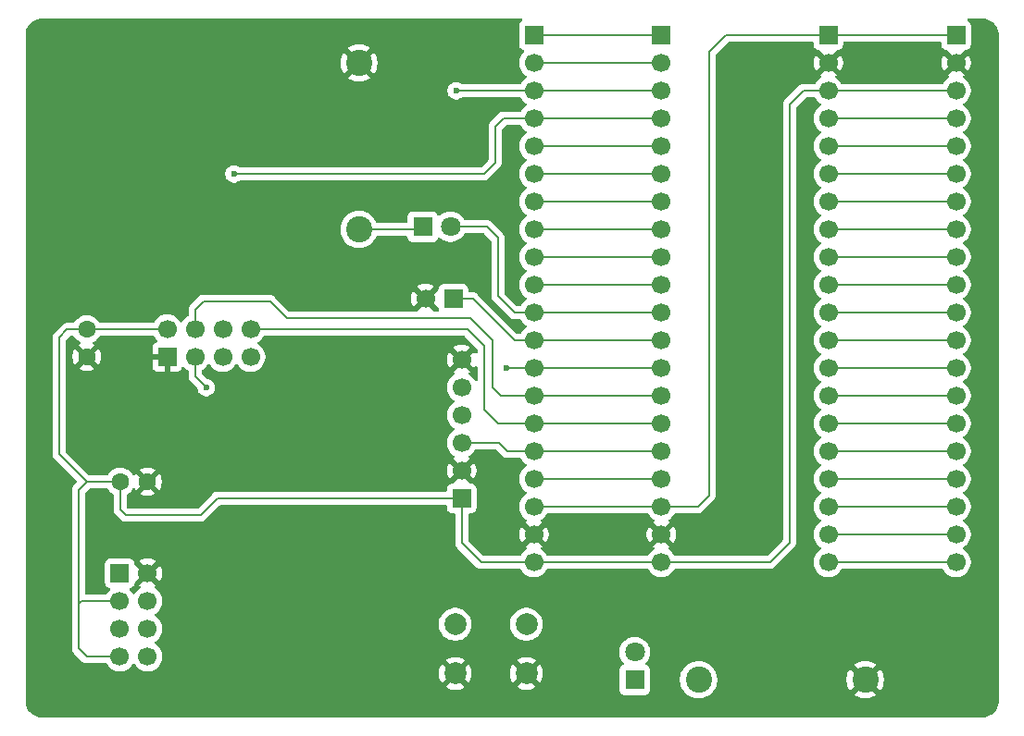
<source format=gtl>
%TF.GenerationSoftware,KiCad,Pcbnew,9.0.7*%
%TF.CreationDate,2026-01-24T19:15:04+01:00*%
%TF.ProjectId,carte_support_reveil,63617274-655f-4737-9570-706f72745f72,rev?*%
%TF.SameCoordinates,Original*%
%TF.FileFunction,Copper,L1,Top*%
%TF.FilePolarity,Positive*%
%FSLAX46Y46*%
G04 Gerber Fmt 4.6, Leading zero omitted, Abs format (unit mm)*
G04 Created by KiCad (PCBNEW 9.0.7) date 2026-01-24 19:15:04*
%MOMM*%
%LPD*%
G01*
G04 APERTURE LIST*
%TA.AperFunction,ComponentPad*%
%ADD10C,1.600000*%
%TD*%
%TA.AperFunction,ComponentPad*%
%ADD11R,1.700000X1.700000*%
%TD*%
%TA.AperFunction,ComponentPad*%
%ADD12C,1.700000*%
%TD*%
%TA.AperFunction,ComponentPad*%
%ADD13C,0.800000*%
%TD*%
%TA.AperFunction,ComponentPad*%
%ADD14C,6.400000*%
%TD*%
%TA.AperFunction,ComponentPad*%
%ADD15C,2.400000*%
%TD*%
%TA.AperFunction,ComponentPad*%
%ADD16C,2.000000*%
%TD*%
%TA.AperFunction,ComponentPad*%
%ADD17R,1.800000X1.800000*%
%TD*%
%TA.AperFunction,ComponentPad*%
%ADD18C,1.800000*%
%TD*%
%TA.AperFunction,ViaPad*%
%ADD19C,0.600000*%
%TD*%
%TA.AperFunction,Conductor*%
%ADD20C,0.200000*%
%TD*%
G04 APERTURE END LIST*
D10*
%TO.P,C_NRF24,1*%
%TO.N,/+3V3*%
X100000000Y-100000000D03*
%TO.P,C_NRF24,2*%
%TO.N,/GND*%
X100000000Y-102500000D03*
%TD*%
D11*
%TO.P,NRF24,1,Pin_1*%
%TO.N,/GND*%
X107366000Y-102520000D03*
D12*
%TO.P,NRF24,2,Pin_2*%
%TO.N,/+3V3*%
X107366000Y-99980000D03*
%TO.P,NRF24,3,Pin_3*%
%TO.N,/B5*%
X109906000Y-102520000D03*
%TO.P,NRF24,4,Pin_4*%
%TO.N,/B6*%
X109906000Y-99980000D03*
%TO.P,NRF24,5,Pin_5*%
%TO.N,/B13*%
X112446000Y-102520000D03*
%TO.P,NRF24,6,Pin_6*%
%TO.N,/B15*%
X112446000Y-99980000D03*
%TO.P,NRF24,7,Pin_7*%
%TO.N,/B14*%
X114986000Y-102520000D03*
%TO.P,NRF24,8,Pin_8*%
%TO.N,/B7*%
X114986000Y-99980000D03*
%TD*%
D10*
%TO.P,C_ESP01,1*%
%TO.N,/GND*%
X105568000Y-113950000D03*
%TO.P,C_ESP01,2*%
%TO.N,/+3V3*%
X103068000Y-113950000D03*
%TD*%
D11*
%TO.P,test_pin1,1,Pin_1*%
%TO.N,/B12*%
X140894000Y-73056000D03*
D12*
%TO.P,test_pin1,2,Pin_2*%
%TO.N,/B13*%
X140894000Y-75596000D03*
%TO.P,test_pin1,3,Pin_3*%
%TO.N,/B14*%
X140894000Y-78136000D03*
%TO.P,test_pin1,4,Pin_4*%
%TO.N,/B15*%
X140894000Y-80676000D03*
%TO.P,test_pin1,5,Pin_5*%
%TO.N,/A8*%
X140894000Y-83216000D03*
%TO.P,test_pin1,6,Pin_6*%
%TO.N,/A9*%
X140894000Y-85756000D03*
%TO.P,test_pin1,7,Pin_7*%
%TO.N,/A10*%
X140894000Y-88296000D03*
%TO.P,test_pin1,8,Pin_8*%
%TO.N,/A11*%
X140894000Y-90836000D03*
%TO.P,test_pin1,9,Pin_9*%
%TO.N,/A12*%
X140894000Y-93376000D03*
%TO.P,test_pin1,10,Pin_10*%
%TO.N,/A15*%
X140894000Y-95916000D03*
%TO.P,test_pin1,11,Pin_11*%
%TO.N,/B3*%
X140894000Y-98456000D03*
%TO.P,test_pin1,12,Pin_12*%
%TO.N,/B4*%
X140894000Y-100996000D03*
%TO.P,test_pin1,13,Pin_13*%
%TO.N,/B5*%
X140894000Y-103536000D03*
%TO.P,test_pin1,14,Pin_14*%
%TO.N,/B6*%
X140894000Y-106076000D03*
%TO.P,test_pin1,15,Pin_15*%
%TO.N,/B7*%
X140894000Y-108616000D03*
%TO.P,test_pin1,16,Pin_16*%
%TO.N,/B8*%
X140894000Y-111156000D03*
%TO.P,test_pin1,17,Pin_17*%
%TO.N,/B9*%
X140894000Y-113696000D03*
%TO.P,test_pin1,18,Pin_18*%
%TO.N,/+5V*%
X140894000Y-116236000D03*
%TO.P,test_pin1,19,Pin_19*%
%TO.N,/GND*%
X140894000Y-118776000D03*
%TO.P,test_pin1,20,Pin_20*%
%TO.N,/+3V3*%
X140894000Y-121316000D03*
%TD*%
D13*
%TO.P,H2,1,1*%
%TO.N,/GND*%
X174562000Y-129444000D03*
X175264944Y-127746944D03*
X175264944Y-131141056D03*
X176962000Y-127044000D03*
D14*
X176962000Y-129444000D03*
D13*
X176962000Y-131844000D03*
X178659056Y-127746944D03*
X178659056Y-131141056D03*
X179362000Y-129444000D03*
%TD*%
D15*
%TO.P,R2,1*%
%TO.N,Net-(D2-K)*%
X155956000Y-132080000D03*
%TO.P,R2,2*%
%TO.N,/GND*%
X171196000Y-132080000D03*
%TD*%
D11*
%TO.P,INT1,1,Pin_1*%
%TO.N,/B4*%
X133528000Y-97186000D03*
D12*
%TO.P,INT1,2,Pin_2*%
%TO.N,/GND*%
X130988000Y-97186000D03*
%TD*%
D13*
%TO.P,H1,1,1*%
%TO.N,/GND*%
X96774000Y-77216000D03*
X97476944Y-75518944D03*
X97476944Y-78913056D03*
X99174000Y-74816000D03*
D14*
X99174000Y-77216000D03*
D13*
X99174000Y-79616000D03*
X100871056Y-75518944D03*
X100871056Y-78913056D03*
X101574000Y-77216000D03*
%TD*%
D15*
%TO.P,R1,1*%
%TO.N,Net-(D1-K)*%
X124892000Y-90836000D03*
%TO.P,R1,2*%
%TO.N,/GND*%
X124892000Y-75596000D03*
%TD*%
D11*
%TO.P,test_pin2,1,Pin_1*%
%TO.N,/+5V*%
X179502000Y-73056000D03*
D12*
%TO.P,test_pin2,2,Pin_2*%
%TO.N,/GND*%
X179502000Y-75596000D03*
%TO.P,test_pin2,3,Pin_3*%
%TO.N,/+3V3*%
X179502000Y-78136000D03*
%TO.P,test_pin2,4,Pin_4*%
%TO.N,/RST*%
X179502000Y-80676000D03*
%TO.P,test_pin2,5,Pin_5*%
%TO.N,/B11*%
X179502000Y-83216000D03*
%TO.P,test_pin2,6,Pin_6*%
%TO.N,/B10*%
X179502000Y-85756000D03*
%TO.P,test_pin2,7,Pin_7*%
%TO.N,/B1*%
X179502000Y-88296000D03*
%TO.P,test_pin2,8,Pin_8*%
%TO.N,/B0*%
X179502000Y-90836000D03*
%TO.P,test_pin2,9,Pin_9*%
%TO.N,/A7*%
X179502000Y-93376000D03*
%TO.P,test_pin2,10,Pin_10*%
%TO.N,/A6*%
X179502000Y-95916000D03*
%TO.P,test_pin2,11,Pin_11*%
%TO.N,/A5*%
X179502000Y-98456000D03*
%TO.P,test_pin2,12,Pin_12*%
%TO.N,/A4*%
X179502000Y-100996000D03*
%TO.P,test_pin2,13,Pin_13*%
%TO.N,/A3*%
X179502000Y-103536000D03*
%TO.P,test_pin2,14,Pin_14*%
%TO.N,/A2*%
X179502000Y-106076000D03*
%TO.P,test_pin2,15,Pin_15*%
%TO.N,/A1*%
X179502000Y-108616000D03*
%TO.P,test_pin2,16,Pin_16*%
%TO.N,/A0*%
X179502000Y-111156000D03*
%TO.P,test_pin2,17,Pin_17*%
%TO.N,/C15*%
X179502000Y-113696000D03*
%TO.P,test_pin2,18,Pin_18*%
%TO.N,/C14*%
X179502000Y-116236000D03*
%TO.P,test_pin2,19,Pin_19*%
%TO.N,/C13*%
X179502000Y-118776000D03*
%TO.P,test_pin2,20,Pin_20*%
%TO.N,/VB*%
X179502000Y-121316000D03*
%TD*%
D16*
%TO.P,SW1,1,1*%
%TO.N,/A11*%
X133708000Y-127000000D03*
X140208000Y-127000000D03*
%TO.P,SW1,2,2*%
%TO.N,/GND*%
X133708000Y-131500000D03*
X140208000Y-131500000D03*
%TD*%
D11*
%TO.P,blue_pill_pin2,1,Pin_1*%
%TO.N,/+5V*%
X167818000Y-73056000D03*
D12*
%TO.P,blue_pill_pin2,2,Pin_2*%
%TO.N,/GND*%
X167818000Y-75596000D03*
%TO.P,blue_pill_pin2,3,Pin_3*%
%TO.N,/+3V3*%
X167818000Y-78136000D03*
%TO.P,blue_pill_pin2,4,Pin_4*%
%TO.N,/RST*%
X167818000Y-80676000D03*
%TO.P,blue_pill_pin2,5,Pin_5*%
%TO.N,/B11*%
X167818000Y-83216000D03*
%TO.P,blue_pill_pin2,6,Pin_6*%
%TO.N,/B10*%
X167818000Y-85756000D03*
%TO.P,blue_pill_pin2,7,Pin_7*%
%TO.N,/B1*%
X167818000Y-88296000D03*
%TO.P,blue_pill_pin2,8,Pin_8*%
%TO.N,/B0*%
X167818000Y-90836000D03*
%TO.P,blue_pill_pin2,9,Pin_9*%
%TO.N,/A7*%
X167818000Y-93376000D03*
%TO.P,blue_pill_pin2,10,Pin_10*%
%TO.N,/A6*%
X167818000Y-95916000D03*
%TO.P,blue_pill_pin2,11,Pin_11*%
%TO.N,/A5*%
X167818000Y-98456000D03*
%TO.P,blue_pill_pin2,12,Pin_12*%
%TO.N,/A4*%
X167818000Y-100996000D03*
%TO.P,blue_pill_pin2,13,Pin_13*%
%TO.N,/A3*%
X167818000Y-103536000D03*
%TO.P,blue_pill_pin2,14,Pin_14*%
%TO.N,/A2*%
X167818000Y-106076000D03*
%TO.P,blue_pill_pin2,15,Pin_15*%
%TO.N,/A1*%
X167818000Y-108616000D03*
%TO.P,blue_pill_pin2,16,Pin_16*%
%TO.N,/A0*%
X167818000Y-111156000D03*
%TO.P,blue_pill_pin2,17,Pin_17*%
%TO.N,/C15*%
X167818000Y-113696000D03*
%TO.P,blue_pill_pin2,18,Pin_18*%
%TO.N,/C14*%
X167818000Y-116236000D03*
%TO.P,blue_pill_pin2,19,Pin_19*%
%TO.N,/C13*%
X167818000Y-118776000D03*
%TO.P,blue_pill_pin2,20,Pin_20*%
%TO.N,/VB*%
X167818000Y-121316000D03*
%TD*%
D17*
%TO.P,D1,1,K*%
%TO.N,Net-(D1-K)*%
X130734000Y-90582000D03*
D18*
%TO.P,D1,2,A*%
%TO.N,/B3*%
X133274000Y-90582000D03*
%TD*%
D11*
%TO.P,blue_pill_pin1,1,Pin_1*%
%TO.N,/B12*%
X152552600Y-73056000D03*
D12*
%TO.P,blue_pill_pin1,2,Pin_2*%
%TO.N,/B13*%
X152552600Y-75596000D03*
%TO.P,blue_pill_pin1,3,Pin_3*%
%TO.N,/B14*%
X152552600Y-78136000D03*
%TO.P,blue_pill_pin1,4,Pin_4*%
%TO.N,/B15*%
X152552600Y-80676000D03*
%TO.P,blue_pill_pin1,5,Pin_5*%
%TO.N,/A8*%
X152552600Y-83216000D03*
%TO.P,blue_pill_pin1,6,Pin_6*%
%TO.N,/A9*%
X152552600Y-85756000D03*
%TO.P,blue_pill_pin1,7,Pin_7*%
%TO.N,/A10*%
X152552600Y-88296000D03*
%TO.P,blue_pill_pin1,8,Pin_8*%
%TO.N,/A11*%
X152552600Y-90836000D03*
%TO.P,blue_pill_pin1,9,Pin_9*%
%TO.N,/A12*%
X152552600Y-93376000D03*
%TO.P,blue_pill_pin1,10,Pin_10*%
%TO.N,/A15*%
X152552600Y-95916000D03*
%TO.P,blue_pill_pin1,11,Pin_11*%
%TO.N,/B3*%
X152552600Y-98456000D03*
%TO.P,blue_pill_pin1,12,Pin_12*%
%TO.N,/B4*%
X152552600Y-100996000D03*
%TO.P,blue_pill_pin1,13,Pin_13*%
%TO.N,/B5*%
X152552600Y-103536000D03*
%TO.P,blue_pill_pin1,14,Pin_14*%
%TO.N,/B6*%
X152552600Y-106076000D03*
%TO.P,blue_pill_pin1,15,Pin_15*%
%TO.N,/B7*%
X152552600Y-108616000D03*
%TO.P,blue_pill_pin1,16,Pin_16*%
%TO.N,/B8*%
X152552600Y-111156000D03*
%TO.P,blue_pill_pin1,17,Pin_17*%
%TO.N,/B9*%
X152552600Y-113696000D03*
%TO.P,blue_pill_pin1,18,Pin_18*%
%TO.N,/+5V*%
X152552600Y-116236000D03*
%TO.P,blue_pill_pin1,19,Pin_19*%
%TO.N,/GND*%
X152552600Y-118776000D03*
%TO.P,blue_pill_pin1,20,Pin_20*%
%TO.N,/+3V3*%
X152552600Y-121316000D03*
%TD*%
D11*
%TO.P,BME280,1,Pin_1*%
%TO.N,/+3V3*%
X134290000Y-115474000D03*
D12*
%TO.P,BME280,2,Pin_2*%
%TO.N,/GND*%
X134290000Y-112934000D03*
%TO.P,BME280,3,Pin_3*%
%TO.N,/B8*%
X134290000Y-110394000D03*
%TO.P,BME280,4,Pin_4*%
%TO.N,/B9*%
X134290000Y-107854000D03*
%TO.P,BME280,5,Pin_5*%
%TO.N,unconnected-(BME280-Pin_5-Pad5)*%
X134290000Y-105314000D03*
%TO.P,BME280,6,Pin_6*%
%TO.N,/GND*%
X134290000Y-102774000D03*
%TD*%
D17*
%TO.P,D2,1,K*%
%TO.N,Net-(D2-K)*%
X150114000Y-132080000D03*
D18*
%TO.P,D2,2,A*%
%TO.N,/A8*%
X150114000Y-129540000D03*
%TD*%
D11*
%TO.P,ESP01,1,Pin_1*%
%TO.N,/A10*%
X103028000Y-122332000D03*
D12*
%TO.P,ESP01,2,Pin_2*%
%TO.N,/GND*%
X105568000Y-122332000D03*
%TO.P,ESP01,3,Pin_3*%
%TO.N,/+3V3*%
X103028000Y-124872000D03*
%TO.P,ESP01,4,Pin_4*%
%TO.N,unconnected-(ESP01-Pin_4-Pad4)*%
X105568000Y-124872000D03*
%TO.P,ESP01,5,Pin_5*%
%TO.N,unconnected-(ESP01-Pin_5-Pad5)*%
X103028000Y-127412000D03*
%TO.P,ESP01,6,Pin_6*%
%TO.N,unconnected-(ESP01-Pin_6-Pad6)*%
X105568000Y-127412000D03*
%TO.P,ESP01,7,Pin_7*%
%TO.N,/+3V3*%
X103028000Y-129952000D03*
%TO.P,ESP01,8,Pin_8*%
%TO.N,/A9*%
X105568000Y-129952000D03*
%TD*%
D19*
%TO.N,/B15*%
X113462000Y-85756000D03*
%TO.N,/B14*%
X133782000Y-78136000D03*
%TO.N,/B5*%
X110922000Y-105314000D03*
X138354000Y-103536000D03*
%TD*%
D20*
%TO.N,/B6*%
X118288000Y-98964000D02*
X135052000Y-98964000D01*
X116764000Y-97440000D02*
X118288000Y-98964000D01*
X109906000Y-98202000D02*
X110668000Y-97440000D01*
X152552600Y-106076000D02*
X140894000Y-106076000D01*
X109906000Y-99980000D02*
X109906000Y-98202000D01*
X135052000Y-98964000D02*
X137084000Y-100996000D01*
X137084000Y-105314000D02*
X137846000Y-106076000D01*
X137084000Y-100996000D02*
X137084000Y-105314000D01*
X137846000Y-106076000D02*
X140894000Y-106076000D01*
X110668000Y-97440000D02*
X116764000Y-97440000D01*
%TO.N,/A11*%
X152552600Y-90836000D02*
X140894000Y-90836000D01*
%TO.N,/B15*%
X137338000Y-84740000D02*
X137338000Y-81438000D01*
X138100000Y-80676000D02*
X140894000Y-80676000D01*
X137338000Y-81438000D02*
X138100000Y-80676000D01*
X152552600Y-80676000D02*
X140894000Y-80676000D01*
X136322000Y-85756000D02*
X137338000Y-84740000D01*
X113462000Y-85756000D02*
X136322000Y-85756000D01*
%TO.N,/B12*%
X152552600Y-73056000D02*
X140894000Y-73056000D01*
%TO.N,/A9*%
X152552600Y-85756000D02*
X140894000Y-85756000D01*
%TO.N,/A15*%
X152552600Y-95916000D02*
X140894000Y-95916000D01*
%TO.N,/B14*%
X133782000Y-78136000D02*
X140894000Y-78136000D01*
X140894000Y-78136000D02*
X152552600Y-78136000D01*
%TO.N,/GND*%
X107346000Y-102500000D02*
X107366000Y-102520000D01*
%TO.N,/B8*%
X137699000Y-110394000D02*
X138461000Y-111156000D01*
X152552600Y-111156000D02*
X140894000Y-111156000D01*
X138461000Y-111156000D02*
X140894000Y-111156000D01*
X134290000Y-110394000D02*
X137699000Y-110394000D01*
%TO.N,/B4*%
X135306000Y-97186000D02*
X139116000Y-100996000D01*
X152552600Y-100996000D02*
X140894000Y-100996000D01*
X139116000Y-100996000D02*
X140894000Y-100996000D01*
X133528000Y-97186000D02*
X135306000Y-97186000D01*
%TO.N,/+3V3*%
X103556000Y-116998000D02*
X103048000Y-116490000D01*
X97460000Y-100742000D02*
X97460000Y-111410000D01*
X110414000Y-116998000D02*
X103556000Y-116998000D01*
X99492000Y-124872000D02*
X99238000Y-125126000D01*
X100000000Y-100000000D02*
X98202000Y-100000000D01*
X103048000Y-116490000D02*
X103068000Y-116470000D01*
X103068000Y-116470000D02*
X103068000Y-113950000D01*
X152552600Y-121316000D02*
X140894000Y-121316000D01*
X134290000Y-119538000D02*
X136068000Y-121316000D01*
X164262000Y-79406000D02*
X165532000Y-78136000D01*
X103028000Y-129952000D02*
X100000000Y-129952000D01*
X164262000Y-119538000D02*
X164262000Y-79406000D01*
X134290000Y-115474000D02*
X111938000Y-115474000D01*
X136068000Y-121316000D02*
X140894000Y-121316000D01*
X165532000Y-78136000D02*
X167818000Y-78136000D01*
X107366000Y-99980000D02*
X100020000Y-99980000D01*
X134290000Y-115474000D02*
X134290000Y-119538000D01*
X100000000Y-129952000D02*
X99238000Y-129190000D01*
X152552600Y-121316000D02*
X162484000Y-121316000D01*
X100020000Y-99980000D02*
X100000000Y-100000000D01*
X111938000Y-115474000D02*
X110414000Y-116998000D01*
X99238000Y-125126000D02*
X99238000Y-114712000D01*
X167818000Y-78136000D02*
X179502000Y-78136000D01*
X98202000Y-100000000D02*
X97460000Y-100742000D01*
X99238000Y-129190000D02*
X99238000Y-125126000D01*
X103028000Y-124872000D02*
X99492000Y-124872000D01*
X162484000Y-121316000D02*
X164262000Y-119538000D01*
X97460000Y-111410000D02*
X100000000Y-113950000D01*
X99238000Y-114712000D02*
X100000000Y-113950000D01*
X100000000Y-113950000D02*
X103068000Y-113950000D01*
%TO.N,/B3*%
X137592000Y-91598000D02*
X137592000Y-96932000D01*
X140894000Y-98456000D02*
X152552600Y-98456000D01*
X139116000Y-98456000D02*
X140894000Y-98456000D01*
X137592000Y-96932000D02*
X139116000Y-98456000D01*
X133274000Y-90582000D02*
X136576000Y-90582000D01*
X136576000Y-90582000D02*
X137592000Y-91598000D01*
%TO.N,/+5V*%
X156896000Y-115220000D02*
X156896000Y-74580000D01*
X167818000Y-73056000D02*
X179502000Y-73056000D01*
X158420000Y-73056000D02*
X167818000Y-73056000D01*
X155880000Y-116236000D02*
X156896000Y-115220000D01*
X152552600Y-116236000D02*
X140894000Y-116236000D01*
X156896000Y-74580000D02*
X158420000Y-73056000D01*
X152552600Y-116236000D02*
X155880000Y-116236000D01*
%TO.N,/A12*%
X140894000Y-93376000D02*
X152552600Y-93376000D01*
%TO.N,/B9*%
X140894000Y-113696000D02*
X152552600Y-113696000D01*
%TO.N,/A8*%
X140894000Y-83216000D02*
X152552600Y-83216000D01*
%TO.N,/B7*%
X136322000Y-101504000D02*
X136322000Y-107346000D01*
X140894000Y-108616000D02*
X152552600Y-108616000D01*
X137592000Y-108616000D02*
X140894000Y-108616000D01*
X114986000Y-99980000D02*
X134798000Y-99980000D01*
X136322000Y-107346000D02*
X137592000Y-108616000D01*
X134798000Y-99980000D02*
X136322000Y-101504000D01*
%TO.N,/B5*%
X109906000Y-102520000D02*
X109906000Y-104298000D01*
X138354000Y-103536000D02*
X140894000Y-103536000D01*
X140894000Y-103536000D02*
X152552600Y-103536000D01*
X109906000Y-104298000D02*
X110922000Y-105314000D01*
%TO.N,/A10*%
X140894000Y-88296000D02*
X152552600Y-88296000D01*
%TO.N,/B13*%
X152552600Y-75596000D02*
X140894000Y-75596000D01*
%TO.N,/A3*%
X179502000Y-103536000D02*
X167818000Y-103536000D01*
%TO.N,/VB*%
X179502000Y-121316000D02*
X167818000Y-121316000D01*
%TO.N,/A6*%
X179502000Y-95916000D02*
X167818000Y-95916000D01*
%TO.N,/C14*%
X179502000Y-116236000D02*
X167818000Y-116236000D01*
%TO.N,/C13*%
X167818000Y-118776000D02*
X179502000Y-118776000D01*
%TO.N,/B1*%
X167818000Y-88296000D02*
X179502000Y-88296000D01*
%TO.N,/RST*%
X179502000Y-80676000D02*
X167818000Y-80676000D01*
%TO.N,/A7*%
X167818000Y-93376000D02*
X179502000Y-93376000D01*
%TO.N,/A0*%
X179502000Y-111156000D02*
X167818000Y-111156000D01*
%TO.N,/A5*%
X179502000Y-98456000D02*
X167818000Y-98456000D01*
%TO.N,/C15*%
X167818000Y-113696000D02*
X179502000Y-113696000D01*
%TO.N,/B11*%
X167818000Y-83216000D02*
X179502000Y-83216000D01*
%TO.N,/A1*%
X167818000Y-108616000D02*
X179502000Y-108616000D01*
%TO.N,/B0*%
X179502000Y-90836000D02*
X167818000Y-90836000D01*
%TO.N,/A2*%
X179502000Y-106076000D02*
X167818000Y-106076000D01*
%TO.N,/B10*%
X179502000Y-85756000D02*
X167818000Y-85756000D01*
%TO.N,/A4*%
X167818000Y-100996000D02*
X179502000Y-100996000D01*
%TO.N,Net-(D1-K)*%
X124892000Y-90836000D02*
X130480000Y-90836000D01*
X130480000Y-90836000D02*
X130734000Y-90582000D01*
%TD*%
%TA.AperFunction,Conductor*%
%TO.N,/GND*%
G36*
X139818730Y-71544185D02*
G01*
X139864485Y-71596989D01*
X139874429Y-71666147D01*
X139845404Y-71729703D01*
X139808151Y-71755567D01*
X139809454Y-71757953D01*
X139801664Y-71762206D01*
X139686455Y-71848452D01*
X139686452Y-71848455D01*
X139600206Y-71963664D01*
X139600202Y-71963671D01*
X139549908Y-72098517D01*
X139543501Y-72158116D01*
X139543501Y-72158123D01*
X139543500Y-72158135D01*
X139543500Y-73953870D01*
X139543501Y-73953876D01*
X139549908Y-74013483D01*
X139600202Y-74148328D01*
X139600206Y-74148335D01*
X139686452Y-74263544D01*
X139686455Y-74263547D01*
X139801664Y-74349793D01*
X139801671Y-74349797D01*
X139933082Y-74398810D01*
X139989016Y-74440681D01*
X140013433Y-74506145D01*
X139998582Y-74574418D01*
X139977431Y-74602673D01*
X139863889Y-74716215D01*
X139738951Y-74888179D01*
X139642444Y-75077585D01*
X139576753Y-75279760D01*
X139543500Y-75489713D01*
X139543500Y-75702286D01*
X139576753Y-75912239D01*
X139642444Y-76114414D01*
X139738951Y-76303820D01*
X139863890Y-76475786D01*
X140014213Y-76626109D01*
X140186182Y-76751050D01*
X140194946Y-76755516D01*
X140245742Y-76803491D01*
X140262536Y-76871312D01*
X140239998Y-76937447D01*
X140194946Y-76976484D01*
X140186182Y-76980949D01*
X140014213Y-77105890D01*
X139863890Y-77256213D01*
X139738948Y-77428184D01*
X139738947Y-77428185D01*
X139718765Y-77467795D01*
X139670791Y-77518591D01*
X139608281Y-77535500D01*
X134361766Y-77535500D01*
X134294727Y-77515815D01*
X134292875Y-77514602D01*
X134161185Y-77426609D01*
X134161172Y-77426602D01*
X134015501Y-77366264D01*
X134015489Y-77366261D01*
X133860845Y-77335500D01*
X133860842Y-77335500D01*
X133703158Y-77335500D01*
X133703155Y-77335500D01*
X133548510Y-77366261D01*
X133548498Y-77366264D01*
X133402827Y-77426602D01*
X133402814Y-77426609D01*
X133271711Y-77514210D01*
X133271707Y-77514213D01*
X133160213Y-77625707D01*
X133160210Y-77625711D01*
X133072609Y-77756814D01*
X133072602Y-77756827D01*
X133012264Y-77902498D01*
X133012261Y-77902510D01*
X132981500Y-78057153D01*
X132981500Y-78214846D01*
X133012261Y-78369489D01*
X133012264Y-78369501D01*
X133072602Y-78515172D01*
X133072609Y-78515185D01*
X133160210Y-78646288D01*
X133160213Y-78646292D01*
X133271707Y-78757786D01*
X133271711Y-78757789D01*
X133402814Y-78845390D01*
X133402827Y-78845397D01*
X133548498Y-78905735D01*
X133548503Y-78905737D01*
X133703153Y-78936499D01*
X133703156Y-78936500D01*
X133703158Y-78936500D01*
X133860844Y-78936500D01*
X133860845Y-78936499D01*
X134015497Y-78905737D01*
X134161179Y-78845394D01*
X134222823Y-78804205D01*
X134292875Y-78757398D01*
X134359553Y-78736520D01*
X134361766Y-78736500D01*
X139608281Y-78736500D01*
X139675320Y-78756185D01*
X139718765Y-78804205D01*
X139738947Y-78843814D01*
X139738948Y-78843815D01*
X139863890Y-79015786D01*
X140014213Y-79166109D01*
X140186182Y-79291050D01*
X140194946Y-79295516D01*
X140245742Y-79343491D01*
X140262536Y-79411312D01*
X140239998Y-79477447D01*
X140194946Y-79516484D01*
X140186182Y-79520949D01*
X140014213Y-79645890D01*
X139863890Y-79796213D01*
X139738948Y-79968184D01*
X139738947Y-79968185D01*
X139718765Y-80007795D01*
X139670791Y-80058591D01*
X139608281Y-80075500D01*
X138186670Y-80075500D01*
X138186654Y-80075499D01*
X138179058Y-80075499D01*
X138020943Y-80075499D01*
X137944579Y-80095961D01*
X137868214Y-80116423D01*
X137868209Y-80116426D01*
X137731290Y-80195475D01*
X137731282Y-80195481D01*
X136857481Y-81069282D01*
X136857475Y-81069290D01*
X136810929Y-81149912D01*
X136810929Y-81149913D01*
X136778423Y-81206214D01*
X136778423Y-81206215D01*
X136737499Y-81358943D01*
X136737499Y-81358945D01*
X136737499Y-81527046D01*
X136737500Y-81527059D01*
X136737500Y-84439903D01*
X136717815Y-84506942D01*
X136701181Y-84527584D01*
X136109584Y-85119181D01*
X136048261Y-85152666D01*
X136021903Y-85155500D01*
X114041766Y-85155500D01*
X113974727Y-85135815D01*
X113972875Y-85134602D01*
X113841185Y-85046609D01*
X113841172Y-85046602D01*
X113695501Y-84986264D01*
X113695489Y-84986261D01*
X113540845Y-84955500D01*
X113540842Y-84955500D01*
X113383158Y-84955500D01*
X113383155Y-84955500D01*
X113228510Y-84986261D01*
X113228498Y-84986264D01*
X113082827Y-85046602D01*
X113082814Y-85046609D01*
X112951711Y-85134210D01*
X112951707Y-85134213D01*
X112840213Y-85245707D01*
X112840210Y-85245711D01*
X112752609Y-85376814D01*
X112752602Y-85376827D01*
X112692264Y-85522498D01*
X112692261Y-85522510D01*
X112661500Y-85677153D01*
X112661500Y-85834846D01*
X112692261Y-85989489D01*
X112692264Y-85989501D01*
X112752602Y-86135172D01*
X112752609Y-86135185D01*
X112840210Y-86266288D01*
X112840213Y-86266292D01*
X112951707Y-86377786D01*
X112951711Y-86377789D01*
X113082814Y-86465390D01*
X113082827Y-86465397D01*
X113228498Y-86525735D01*
X113228503Y-86525737D01*
X113383153Y-86556499D01*
X113383156Y-86556500D01*
X113383158Y-86556500D01*
X113540844Y-86556500D01*
X113540845Y-86556499D01*
X113695497Y-86525737D01*
X113841179Y-86465394D01*
X113902823Y-86424205D01*
X113972875Y-86377398D01*
X114039553Y-86356520D01*
X114041766Y-86356500D01*
X136235331Y-86356500D01*
X136235347Y-86356501D01*
X136242943Y-86356501D01*
X136401054Y-86356501D01*
X136401057Y-86356501D01*
X136553785Y-86315577D01*
X136603904Y-86286639D01*
X136690716Y-86236520D01*
X136802520Y-86124716D01*
X136802520Y-86124714D01*
X136812728Y-86114507D01*
X136812730Y-86114504D01*
X137696506Y-85230728D01*
X137696511Y-85230724D01*
X137706714Y-85220520D01*
X137706716Y-85220520D01*
X137818520Y-85108716D01*
X137889218Y-84986263D01*
X137897577Y-84971785D01*
X137938501Y-84819057D01*
X137938501Y-84660943D01*
X137938501Y-84653348D01*
X137938500Y-84653330D01*
X137938500Y-81738097D01*
X137958185Y-81671058D01*
X137974819Y-81650416D01*
X138312417Y-81312819D01*
X138373740Y-81279334D01*
X138400098Y-81276500D01*
X139608281Y-81276500D01*
X139675320Y-81296185D01*
X139718765Y-81344205D01*
X139738947Y-81383814D01*
X139738948Y-81383815D01*
X139863890Y-81555786D01*
X140014213Y-81706109D01*
X140186182Y-81831050D01*
X140194946Y-81835516D01*
X140245742Y-81883491D01*
X140262536Y-81951312D01*
X140239998Y-82017447D01*
X140194946Y-82056484D01*
X140186182Y-82060949D01*
X140014213Y-82185890D01*
X139863890Y-82336213D01*
X139738951Y-82508179D01*
X139642444Y-82697585D01*
X139576753Y-82899760D01*
X139543500Y-83109713D01*
X139543500Y-83322286D01*
X139576753Y-83532239D01*
X139642444Y-83734414D01*
X139738951Y-83923820D01*
X139863890Y-84095786D01*
X140014213Y-84246109D01*
X140186182Y-84371050D01*
X140194946Y-84375516D01*
X140245742Y-84423491D01*
X140262536Y-84491312D01*
X140239998Y-84557447D01*
X140194946Y-84596484D01*
X140186182Y-84600949D01*
X140014213Y-84725890D01*
X139863890Y-84876213D01*
X139738951Y-85048179D01*
X139642444Y-85237585D01*
X139576753Y-85439760D01*
X139563649Y-85522498D01*
X139543500Y-85649713D01*
X139543500Y-85862287D01*
X139576754Y-86072243D01*
X139639803Y-86266288D01*
X139642444Y-86274414D01*
X139738951Y-86463820D01*
X139863890Y-86635786D01*
X140014213Y-86786109D01*
X140186182Y-86911050D01*
X140194946Y-86915516D01*
X140245742Y-86963491D01*
X140262536Y-87031312D01*
X140239998Y-87097447D01*
X140194946Y-87136484D01*
X140186182Y-87140949D01*
X140014213Y-87265890D01*
X139863890Y-87416213D01*
X139738951Y-87588179D01*
X139642444Y-87777585D01*
X139576753Y-87979760D01*
X139543500Y-88189713D01*
X139543500Y-88402286D01*
X139576753Y-88612239D01*
X139642444Y-88814414D01*
X139738951Y-89003820D01*
X139863890Y-89175786D01*
X140014213Y-89326109D01*
X140186182Y-89451050D01*
X140194946Y-89455516D01*
X140245742Y-89503491D01*
X140262536Y-89571312D01*
X140239998Y-89637447D01*
X140194946Y-89676484D01*
X140186182Y-89680949D01*
X140014213Y-89805890D01*
X139863890Y-89956213D01*
X139738951Y-90128179D01*
X139642444Y-90317585D01*
X139576753Y-90519760D01*
X139543500Y-90729713D01*
X139543500Y-90942286D01*
X139571247Y-91117478D01*
X139576754Y-91152243D01*
X139629969Y-91316022D01*
X139642444Y-91354414D01*
X139738951Y-91543820D01*
X139863890Y-91715786D01*
X140014213Y-91866109D01*
X140186182Y-91991050D01*
X140194946Y-91995516D01*
X140245742Y-92043491D01*
X140262536Y-92111312D01*
X140239998Y-92177447D01*
X140194946Y-92216484D01*
X140186182Y-92220949D01*
X140014213Y-92345890D01*
X139863890Y-92496213D01*
X139738951Y-92668179D01*
X139642444Y-92857585D01*
X139576753Y-93059760D01*
X139543500Y-93269713D01*
X139543500Y-93482286D01*
X139576753Y-93692239D01*
X139642444Y-93894414D01*
X139738951Y-94083820D01*
X139863890Y-94255786D01*
X140014213Y-94406109D01*
X140186182Y-94531050D01*
X140194946Y-94535516D01*
X140245742Y-94583491D01*
X140262536Y-94651312D01*
X140239998Y-94717447D01*
X140194946Y-94756484D01*
X140186182Y-94760949D01*
X140014213Y-94885890D01*
X139863890Y-95036213D01*
X139738951Y-95208179D01*
X139642444Y-95397585D01*
X139576753Y-95599760D01*
X139543500Y-95809713D01*
X139543500Y-96022287D01*
X139544940Y-96031380D01*
X139576163Y-96228517D01*
X139576754Y-96232243D01*
X139626833Y-96386371D01*
X139642444Y-96434414D01*
X139738951Y-96623820D01*
X139863890Y-96795786D01*
X140014213Y-96946109D01*
X140186182Y-97071050D01*
X140194946Y-97075516D01*
X140245742Y-97123491D01*
X140262536Y-97191312D01*
X140239998Y-97257447D01*
X140194946Y-97296484D01*
X140186182Y-97300949D01*
X140014213Y-97425890D01*
X139863890Y-97576213D01*
X139738948Y-97748184D01*
X139738947Y-97748185D01*
X139718765Y-97787795D01*
X139708316Y-97798857D01*
X139701994Y-97812703D01*
X139684812Y-97823744D01*
X139670791Y-97838591D01*
X139655111Y-97842832D01*
X139643216Y-97850477D01*
X139608281Y-97855500D01*
X139416097Y-97855500D01*
X139349058Y-97835815D01*
X139328416Y-97819181D01*
X138228819Y-96719584D01*
X138195334Y-96658261D01*
X138192500Y-96631903D01*
X138192500Y-91687059D01*
X138192501Y-91687046D01*
X138192501Y-91518945D01*
X138192501Y-91518943D01*
X138151577Y-91366215D01*
X138137838Y-91342419D01*
X138119071Y-91309913D01*
X138119071Y-91309912D01*
X138072524Y-91229290D01*
X138072521Y-91229286D01*
X138072520Y-91229284D01*
X137960716Y-91117480D01*
X137960715Y-91117479D01*
X137956385Y-91113149D01*
X137956374Y-91113139D01*
X137063590Y-90220355D01*
X137063588Y-90220352D01*
X136944717Y-90101481D01*
X136944716Y-90101480D01*
X136845839Y-90044394D01*
X136845838Y-90044393D01*
X136807783Y-90022422D01*
X136751881Y-90007443D01*
X136655057Y-89981499D01*
X136496943Y-89981499D01*
X136489347Y-89981499D01*
X136489331Y-89981500D01*
X134615836Y-89981500D01*
X134548797Y-89961815D01*
X134505352Y-89913796D01*
X134471814Y-89847976D01*
X134342247Y-89669641D01*
X134342243Y-89669636D01*
X134186363Y-89513756D01*
X134186358Y-89513752D01*
X134008025Y-89384187D01*
X134008024Y-89384186D01*
X134008022Y-89384185D01*
X133894043Y-89326109D01*
X133811606Y-89284104D01*
X133811603Y-89284103D01*
X133601952Y-89215985D01*
X133493086Y-89198742D01*
X133384222Y-89181500D01*
X133163778Y-89181500D01*
X133091201Y-89192995D01*
X132946047Y-89215985D01*
X132736396Y-89284103D01*
X132736393Y-89284104D01*
X132539974Y-89384187D01*
X132361641Y-89513752D01*
X132361636Y-89513756D01*
X132311463Y-89563929D01*
X132250140Y-89597413D01*
X132180448Y-89592428D01*
X132124515Y-89550557D01*
X132107601Y-89519580D01*
X132077797Y-89439671D01*
X132077793Y-89439664D01*
X131991547Y-89324455D01*
X131991544Y-89324452D01*
X131876335Y-89238206D01*
X131876328Y-89238202D01*
X131741482Y-89187908D01*
X131741483Y-89187908D01*
X131681883Y-89181501D01*
X131681881Y-89181500D01*
X131681873Y-89181500D01*
X131681864Y-89181500D01*
X129786129Y-89181500D01*
X129786123Y-89181501D01*
X129726516Y-89187908D01*
X129591671Y-89238202D01*
X129591664Y-89238206D01*
X129476455Y-89324452D01*
X129476452Y-89324455D01*
X129390206Y-89439664D01*
X129390202Y-89439671D01*
X129339908Y-89574517D01*
X129333501Y-89634116D01*
X129333500Y-89634135D01*
X129333500Y-90111500D01*
X129313815Y-90178539D01*
X129261011Y-90224294D01*
X129209500Y-90235500D01*
X126566727Y-90235500D01*
X126499688Y-90215815D01*
X126453933Y-90163011D01*
X126452166Y-90158952D01*
X126420409Y-90082282D01*
X126420404Y-90082273D01*
X126398535Y-90044395D01*
X126308948Y-89889226D01*
X126173247Y-89712376D01*
X126173242Y-89712370D01*
X126015629Y-89554757D01*
X126015622Y-89554751D01*
X125838782Y-89419058D01*
X125838780Y-89419057D01*
X125838774Y-89419052D01*
X125645726Y-89307595D01*
X125645722Y-89307593D01*
X125439790Y-89222293D01*
X125439783Y-89222291D01*
X125439781Y-89222290D01*
X125224463Y-89164596D01*
X125224457Y-89164595D01*
X125224452Y-89164594D01*
X125003466Y-89135501D01*
X125003463Y-89135500D01*
X125003457Y-89135500D01*
X124780543Y-89135500D01*
X124780537Y-89135500D01*
X124780533Y-89135501D01*
X124559547Y-89164594D01*
X124559540Y-89164595D01*
X124559537Y-89164596D01*
X124367750Y-89215985D01*
X124344219Y-89222290D01*
X124344209Y-89222293D01*
X124138277Y-89307593D01*
X124138273Y-89307595D01*
X123945226Y-89419052D01*
X123945217Y-89419058D01*
X123768377Y-89554751D01*
X123768370Y-89554757D01*
X123610757Y-89712370D01*
X123610751Y-89712377D01*
X123475058Y-89889217D01*
X123475052Y-89889226D01*
X123363595Y-90082273D01*
X123363593Y-90082277D01*
X123278293Y-90288209D01*
X123278290Y-90288219D01*
X123220597Y-90503534D01*
X123220594Y-90503547D01*
X123191501Y-90724533D01*
X123191500Y-90724549D01*
X123191500Y-90947450D01*
X123191501Y-90947466D01*
X123220594Y-91168452D01*
X123220595Y-91168457D01*
X123220596Y-91168463D01*
X123278290Y-91383780D01*
X123278293Y-91383790D01*
X123363081Y-91588486D01*
X123363595Y-91589726D01*
X123475052Y-91782774D01*
X123475057Y-91782780D01*
X123475058Y-91782782D01*
X123610751Y-91959622D01*
X123610757Y-91959629D01*
X123768370Y-92117242D01*
X123768376Y-92117247D01*
X123945226Y-92252948D01*
X124138274Y-92364405D01*
X124344219Y-92449710D01*
X124559537Y-92507404D01*
X124780543Y-92536500D01*
X124780550Y-92536500D01*
X125003450Y-92536500D01*
X125003457Y-92536500D01*
X125224463Y-92507404D01*
X125439781Y-92449710D01*
X125645726Y-92364405D01*
X125838774Y-92252948D01*
X126015624Y-92117247D01*
X126173247Y-91959624D01*
X126308948Y-91782774D01*
X126420405Y-91589726D01*
X126424882Y-91578919D01*
X126452166Y-91513048D01*
X126496006Y-91458644D01*
X126562300Y-91436579D01*
X126566727Y-91436500D01*
X129212079Y-91436500D01*
X129279118Y-91456185D01*
X129324873Y-91508989D01*
X129335369Y-91547248D01*
X129339908Y-91589483D01*
X129390202Y-91724328D01*
X129390206Y-91724335D01*
X129476452Y-91839544D01*
X129476455Y-91839547D01*
X129591664Y-91925793D01*
X129591671Y-91925797D01*
X129726517Y-91976091D01*
X129726516Y-91976091D01*
X129733444Y-91976835D01*
X129786127Y-91982500D01*
X131681872Y-91982499D01*
X131741483Y-91976091D01*
X131876331Y-91925796D01*
X131991546Y-91839546D01*
X132077796Y-91724331D01*
X132091698Y-91687059D01*
X132107601Y-91644420D01*
X132149471Y-91588486D01*
X132214936Y-91564068D01*
X132283209Y-91578919D01*
X132311464Y-91600071D01*
X132361636Y-91650243D01*
X132361641Y-91650247D01*
X132451849Y-91715786D01*
X132539978Y-91779815D01*
X132668375Y-91845237D01*
X132736393Y-91879895D01*
X132736396Y-91879896D01*
X132841221Y-91913955D01*
X132946049Y-91948015D01*
X133163778Y-91982500D01*
X133163779Y-91982500D01*
X133384221Y-91982500D01*
X133384222Y-91982500D01*
X133601951Y-91948015D01*
X133811606Y-91879895D01*
X134008022Y-91779815D01*
X134186365Y-91650242D01*
X134342242Y-91494365D01*
X134471815Y-91316022D01*
X134505352Y-91250204D01*
X134553326Y-91199409D01*
X134615836Y-91182500D01*
X136275903Y-91182500D01*
X136342942Y-91202185D01*
X136363584Y-91218819D01*
X136955181Y-91810416D01*
X136988666Y-91871739D01*
X136991500Y-91898097D01*
X136991500Y-96845330D01*
X136991499Y-96845348D01*
X136991499Y-97011054D01*
X136991498Y-97011054D01*
X137007638Y-97071286D01*
X137032423Y-97163785D01*
X137034594Y-97167546D01*
X137034598Y-97167558D01*
X137034601Y-97167557D01*
X137111477Y-97300712D01*
X137111481Y-97300717D01*
X137230349Y-97419585D01*
X137230355Y-97419590D01*
X138631139Y-98820374D01*
X138631149Y-98820385D01*
X138635479Y-98824715D01*
X138635480Y-98824716D01*
X138747284Y-98936520D01*
X138747286Y-98936521D01*
X138747290Y-98936524D01*
X138871151Y-99008034D01*
X138884216Y-99015577D01*
X138986773Y-99043057D01*
X139036942Y-99056500D01*
X139036943Y-99056500D01*
X139608281Y-99056500D01*
X139675320Y-99076185D01*
X139718765Y-99124205D01*
X139738947Y-99163814D01*
X139738948Y-99163815D01*
X139863890Y-99335786D01*
X140014213Y-99486109D01*
X140186182Y-99611050D01*
X140194946Y-99615516D01*
X140245742Y-99663491D01*
X140262536Y-99731312D01*
X140239998Y-99797447D01*
X140194946Y-99836484D01*
X140186182Y-99840949D01*
X140014213Y-99965890D01*
X139863890Y-100116213D01*
X139738948Y-100288184D01*
X139738947Y-100288185D01*
X139718765Y-100327795D01*
X139708316Y-100338857D01*
X139701994Y-100352703D01*
X139684812Y-100363744D01*
X139670791Y-100378591D01*
X139655111Y-100382832D01*
X139643216Y-100390477D01*
X139608281Y-100395500D01*
X139416098Y-100395500D01*
X139349059Y-100375815D01*
X139328417Y-100359181D01*
X135793590Y-96824355D01*
X135793588Y-96824352D01*
X135674717Y-96705481D01*
X135674716Y-96705480D01*
X135587904Y-96655360D01*
X135587904Y-96655359D01*
X135587900Y-96655358D01*
X135537785Y-96626423D01*
X135385057Y-96585499D01*
X135226943Y-96585499D01*
X135219347Y-96585499D01*
X135219331Y-96585500D01*
X135002499Y-96585500D01*
X134935460Y-96565815D01*
X134889705Y-96513011D01*
X134878499Y-96461500D01*
X134878499Y-96288129D01*
X134878498Y-96288123D01*
X134878497Y-96288116D01*
X134872091Y-96228517D01*
X134821796Y-96093669D01*
X134821795Y-96093668D01*
X134821793Y-96093664D01*
X134735547Y-95978455D01*
X134735544Y-95978452D01*
X134620335Y-95892206D01*
X134620328Y-95892202D01*
X134485482Y-95841908D01*
X134485483Y-95841908D01*
X134425883Y-95835501D01*
X134425881Y-95835500D01*
X134425873Y-95835500D01*
X134425864Y-95835500D01*
X132630129Y-95835500D01*
X132630123Y-95835501D01*
X132570516Y-95841908D01*
X132435671Y-95892202D01*
X132435664Y-95892206D01*
X132320455Y-95978452D01*
X132320452Y-95978455D01*
X132234206Y-96093664D01*
X132234202Y-96093671D01*
X132183908Y-96228517D01*
X132177501Y-96288116D01*
X132177501Y-96288123D01*
X132177500Y-96288135D01*
X132177500Y-96298690D01*
X132157815Y-96365729D01*
X132141181Y-96386371D01*
X131470962Y-97056590D01*
X131453925Y-96993007D01*
X131388099Y-96878993D01*
X131295007Y-96785901D01*
X131180993Y-96720075D01*
X131117409Y-96703037D01*
X131749716Y-96070728D01*
X131695550Y-96031375D01*
X131506217Y-95934904D01*
X131304129Y-95869242D01*
X131094246Y-95836000D01*
X130881754Y-95836000D01*
X130671872Y-95869242D01*
X130671869Y-95869242D01*
X130469782Y-95934904D01*
X130280439Y-96031380D01*
X130226282Y-96070727D01*
X130226282Y-96070728D01*
X130858591Y-96703037D01*
X130795007Y-96720075D01*
X130680993Y-96785901D01*
X130587901Y-96878993D01*
X130522075Y-96993007D01*
X130505037Y-97056591D01*
X129872728Y-96424282D01*
X129872727Y-96424282D01*
X129833380Y-96478439D01*
X129736904Y-96667782D01*
X129671242Y-96869869D01*
X129671242Y-96869872D01*
X129638000Y-97079753D01*
X129638000Y-97292246D01*
X129671242Y-97502127D01*
X129671242Y-97502130D01*
X129736904Y-97704217D01*
X129833375Y-97893550D01*
X129872728Y-97947716D01*
X130505037Y-97315408D01*
X130522075Y-97378993D01*
X130587901Y-97493007D01*
X130680993Y-97586099D01*
X130795007Y-97651925D01*
X130858591Y-97668962D01*
X130200371Y-98327181D01*
X130139048Y-98360666D01*
X130112690Y-98363500D01*
X118588097Y-98363500D01*
X118521058Y-98343815D01*
X118500416Y-98327181D01*
X117251590Y-97078355D01*
X117251588Y-97078352D01*
X117132717Y-96959481D01*
X117132716Y-96959480D01*
X117045904Y-96909360D01*
X117045904Y-96909359D01*
X117045900Y-96909358D01*
X116995785Y-96880423D01*
X116843057Y-96839499D01*
X116684943Y-96839499D01*
X116677347Y-96839499D01*
X116677331Y-96839500D01*
X110754670Y-96839500D01*
X110754654Y-96839499D01*
X110747058Y-96839499D01*
X110588943Y-96839499D01*
X110512579Y-96859961D01*
X110436214Y-96880423D01*
X110436209Y-96880426D01*
X110299290Y-96959475D01*
X110299282Y-96959481D01*
X109425480Y-97833283D01*
X109419604Y-97843461D01*
X109412654Y-97855500D01*
X109346423Y-97970215D01*
X109305499Y-98122943D01*
X109305499Y-98122945D01*
X109305499Y-98291046D01*
X109305500Y-98291059D01*
X109305500Y-98694281D01*
X109285815Y-98761320D01*
X109237795Y-98804765D01*
X109198185Y-98824947D01*
X109198184Y-98824948D01*
X109026213Y-98949890D01*
X108875890Y-99100213D01*
X108750949Y-99272182D01*
X108746484Y-99280946D01*
X108698509Y-99331742D01*
X108630688Y-99348536D01*
X108564553Y-99325998D01*
X108525516Y-99280946D01*
X108521050Y-99272182D01*
X108396109Y-99100213D01*
X108245786Y-98949890D01*
X108073820Y-98824951D01*
X107884414Y-98728444D01*
X107884413Y-98728443D01*
X107884412Y-98728443D01*
X107682243Y-98662754D01*
X107682241Y-98662753D01*
X107682240Y-98662753D01*
X107520957Y-98637208D01*
X107472287Y-98629500D01*
X107259713Y-98629500D01*
X107211042Y-98637208D01*
X107049760Y-98662753D01*
X106847585Y-98728444D01*
X106658179Y-98824951D01*
X106486213Y-98949890D01*
X106335890Y-99100213D01*
X106210948Y-99272184D01*
X106210947Y-99272185D01*
X106190765Y-99311795D01*
X106142791Y-99362591D01*
X106080281Y-99379500D01*
X101219179Y-99379500D01*
X101152140Y-99359815D01*
X101115325Y-99322204D01*
X101115151Y-99322331D01*
X101114293Y-99321150D01*
X101113452Y-99320291D01*
X101112283Y-99318383D01*
X100991971Y-99152786D01*
X100847213Y-99008028D01*
X100681613Y-98887715D01*
X100681612Y-98887714D01*
X100681610Y-98887713D01*
X100624653Y-98858691D01*
X100499223Y-98794781D01*
X100304534Y-98731522D01*
X100129995Y-98703878D01*
X100102352Y-98699500D01*
X99897648Y-98699500D01*
X99873329Y-98703351D01*
X99695465Y-98731522D01*
X99500776Y-98794781D01*
X99318386Y-98887715D01*
X99152786Y-99008028D01*
X99008028Y-99152786D01*
X98887715Y-99318385D01*
X98880883Y-99331795D01*
X98832909Y-99382591D01*
X98770398Y-99399500D01*
X98122940Y-99399500D01*
X98082019Y-99410464D01*
X98082019Y-99410465D01*
X98044751Y-99420451D01*
X97970214Y-99440423D01*
X97970209Y-99440426D01*
X97833290Y-99519475D01*
X97833282Y-99519481D01*
X96979480Y-100373283D01*
X96972075Y-100386109D01*
X96966654Y-100395500D01*
X96900423Y-100510215D01*
X96859499Y-100662943D01*
X96859499Y-100662945D01*
X96859499Y-100831046D01*
X96859500Y-100831059D01*
X96859500Y-111323330D01*
X96859499Y-111323348D01*
X96859499Y-111489054D01*
X96859498Y-111489054D01*
X96900423Y-111641785D01*
X96929358Y-111691900D01*
X96929359Y-111691904D01*
X96929360Y-111691904D01*
X96966654Y-111756501D01*
X96979479Y-111778714D01*
X96979481Y-111778717D01*
X97098349Y-111897585D01*
X97098355Y-111897590D01*
X99063083Y-113862318D01*
X99096568Y-113923641D01*
X99091584Y-113993333D01*
X99063083Y-114037680D01*
X98872019Y-114228744D01*
X98872011Y-114228752D01*
X98869286Y-114231478D01*
X98869284Y-114231480D01*
X98757480Y-114343284D01*
X98738276Y-114376547D01*
X98678423Y-114480215D01*
X98637499Y-114632943D01*
X98637499Y-114632945D01*
X98637499Y-114801046D01*
X98637500Y-114801059D01*
X98637500Y-125046939D01*
X98637499Y-125046943D01*
X98637499Y-125205057D01*
X98637500Y-125205060D01*
X98637500Y-129103330D01*
X98637499Y-129103348D01*
X98637499Y-129269054D01*
X98637498Y-129269054D01*
X98678423Y-129421784D01*
X98678424Y-129421788D01*
X98707114Y-129471481D01*
X98707115Y-129471481D01*
X98757477Y-129558712D01*
X98757481Y-129558717D01*
X98876349Y-129677585D01*
X98876354Y-129677589D01*
X99631284Y-130432520D01*
X99631286Y-130432521D01*
X99631290Y-130432524D01*
X99768209Y-130511573D01*
X99768216Y-130511577D01*
X99920943Y-130552501D01*
X99920945Y-130552501D01*
X100086654Y-130552501D01*
X100086670Y-130552500D01*
X101742281Y-130552500D01*
X101809320Y-130572185D01*
X101852765Y-130620205D01*
X101872947Y-130659814D01*
X101872948Y-130659815D01*
X101997890Y-130831786D01*
X102148213Y-130982109D01*
X102320179Y-131107048D01*
X102320181Y-131107049D01*
X102320184Y-131107051D01*
X102509588Y-131203557D01*
X102711757Y-131269246D01*
X102921713Y-131302500D01*
X102921714Y-131302500D01*
X103134286Y-131302500D01*
X103134287Y-131302500D01*
X103344243Y-131269246D01*
X103546412Y-131203557D01*
X103735816Y-131107051D01*
X103800728Y-131059890D01*
X103907786Y-130982109D01*
X103907788Y-130982106D01*
X103907792Y-130982104D01*
X104058104Y-130831792D01*
X104058106Y-130831788D01*
X104058109Y-130831786D01*
X104180402Y-130663462D01*
X104183051Y-130659816D01*
X104187514Y-130651054D01*
X104235488Y-130600259D01*
X104303308Y-130583463D01*
X104369444Y-130605999D01*
X104408486Y-130651056D01*
X104412951Y-130659820D01*
X104537890Y-130831786D01*
X104688213Y-130982109D01*
X104860179Y-131107048D01*
X104860181Y-131107049D01*
X104860184Y-131107051D01*
X105049588Y-131203557D01*
X105251757Y-131269246D01*
X105461713Y-131302500D01*
X105461714Y-131302500D01*
X105674286Y-131302500D01*
X105674287Y-131302500D01*
X105884243Y-131269246D01*
X106086412Y-131203557D01*
X106275816Y-131107051D01*
X106340728Y-131059890D01*
X106447786Y-130982109D01*
X106447788Y-130982106D01*
X106447792Y-130982104D01*
X106598104Y-130831792D01*
X106598106Y-130831788D01*
X106598109Y-130831786D01*
X106720402Y-130663462D01*
X106723051Y-130659816D01*
X106819557Y-130470412D01*
X106885246Y-130268243D01*
X106918500Y-130058287D01*
X106918500Y-129845713D01*
X106885246Y-129635757D01*
X106819557Y-129433588D01*
X106817616Y-129429778D01*
X148713500Y-129429778D01*
X148713500Y-129650221D01*
X148747985Y-129867952D01*
X148816103Y-130077603D01*
X148816104Y-130077606D01*
X148832558Y-130109897D01*
X148913240Y-130268243D01*
X148916187Y-130274025D01*
X149045752Y-130452358D01*
X149045756Y-130452363D01*
X149095928Y-130502535D01*
X149129413Y-130563858D01*
X149124429Y-130633550D01*
X149082557Y-130689483D01*
X149051581Y-130706398D01*
X148971669Y-130736203D01*
X148971664Y-130736206D01*
X148856455Y-130822452D01*
X148856452Y-130822455D01*
X148770206Y-130937664D01*
X148770202Y-130937671D01*
X148719908Y-131072517D01*
X148716196Y-131107048D01*
X148713501Y-131132123D01*
X148713500Y-131132135D01*
X148713500Y-133027870D01*
X148713501Y-133027876D01*
X148719908Y-133087483D01*
X148770202Y-133222328D01*
X148770206Y-133222335D01*
X148856452Y-133337544D01*
X148856455Y-133337547D01*
X148971664Y-133423793D01*
X148971671Y-133423797D01*
X149106517Y-133474091D01*
X149106516Y-133474091D01*
X149113444Y-133474835D01*
X149166127Y-133480500D01*
X151061872Y-133480499D01*
X151121483Y-133474091D01*
X151256331Y-133423796D01*
X151371546Y-133337546D01*
X151457796Y-133222331D01*
X151508091Y-133087483D01*
X151514500Y-133027873D01*
X151514499Y-131968549D01*
X154255500Y-131968549D01*
X154255500Y-132191450D01*
X154255501Y-132191466D01*
X154284594Y-132412452D01*
X154284595Y-132412457D01*
X154284596Y-132412463D01*
X154342290Y-132627780D01*
X154342293Y-132627790D01*
X154427593Y-132833722D01*
X154427595Y-132833726D01*
X154539052Y-133026774D01*
X154539057Y-133026780D01*
X154539058Y-133026782D01*
X154674751Y-133203622D01*
X154674757Y-133203629D01*
X154832370Y-133361242D01*
X154832376Y-133361247D01*
X155009226Y-133496948D01*
X155202274Y-133608405D01*
X155332140Y-133662197D01*
X155407074Y-133693236D01*
X155408219Y-133693710D01*
X155623537Y-133751404D01*
X155844543Y-133780500D01*
X155844550Y-133780500D01*
X156067450Y-133780500D01*
X156067457Y-133780500D01*
X156288463Y-133751404D01*
X156503781Y-133693710D01*
X156709726Y-133608405D01*
X156902774Y-133496948D01*
X157079624Y-133361247D01*
X157103327Y-133337544D01*
X157130550Y-133310322D01*
X157237242Y-133203629D01*
X157237247Y-133203624D01*
X157372948Y-133026774D01*
X157484405Y-132833726D01*
X157569710Y-132627781D01*
X157627404Y-132412463D01*
X157656500Y-132191457D01*
X157656500Y-131968575D01*
X169496000Y-131968575D01*
X169496000Y-132191424D01*
X169525085Y-132412354D01*
X169525088Y-132412367D01*
X169582763Y-132627618D01*
X169668045Y-132833502D01*
X169668054Y-132833520D01*
X169779464Y-133026491D01*
X169779473Y-133026504D01*
X169830040Y-133092403D01*
X169830043Y-133092403D01*
X170631387Y-132291059D01*
X170636889Y-132311591D01*
X170715881Y-132448408D01*
X170827592Y-132560119D01*
X170964409Y-132639111D01*
X170984940Y-132644612D01*
X170183595Y-133445955D01*
X170183595Y-133445956D01*
X170249507Y-133496533D01*
X170442485Y-133607949D01*
X170442497Y-133607954D01*
X170648381Y-133693236D01*
X170863632Y-133750911D01*
X170863645Y-133750914D01*
X171084575Y-133780000D01*
X171307425Y-133780000D01*
X171528354Y-133750914D01*
X171528367Y-133750911D01*
X171743618Y-133693236D01*
X171949502Y-133607954D01*
X171949514Y-133607949D01*
X172142498Y-133496530D01*
X172208403Y-133445957D01*
X172208404Y-133445956D01*
X171407059Y-132644612D01*
X171427591Y-132639111D01*
X171564408Y-132560119D01*
X171676119Y-132448408D01*
X171755111Y-132311591D01*
X171760612Y-132291059D01*
X172561956Y-133092404D01*
X172561957Y-133092403D01*
X172612530Y-133026498D01*
X172723949Y-132833514D01*
X172723954Y-132833502D01*
X172809236Y-132627618D01*
X172866911Y-132412367D01*
X172866914Y-132412354D01*
X172896000Y-132191424D01*
X172896000Y-131968575D01*
X172866914Y-131747645D01*
X172866911Y-131747632D01*
X172809236Y-131532381D01*
X172723954Y-131326497D01*
X172723949Y-131326485D01*
X172612533Y-131133507D01*
X172561956Y-131067595D01*
X172561955Y-131067595D01*
X171760612Y-131868939D01*
X171755111Y-131848409D01*
X171676119Y-131711592D01*
X171564408Y-131599881D01*
X171427591Y-131520889D01*
X171407058Y-131515387D01*
X172208403Y-130714043D01*
X172208403Y-130714040D01*
X172142504Y-130663473D01*
X172142491Y-130663464D01*
X171949520Y-130552054D01*
X171949502Y-130552045D01*
X171743618Y-130466763D01*
X171528367Y-130409088D01*
X171528354Y-130409085D01*
X171307425Y-130380000D01*
X171084575Y-130380000D01*
X170863645Y-130409085D01*
X170863632Y-130409088D01*
X170648381Y-130466763D01*
X170442497Y-130552045D01*
X170442479Y-130552054D01*
X170249511Y-130663462D01*
X170183595Y-130714042D01*
X170984941Y-131515387D01*
X170964409Y-131520889D01*
X170827592Y-131599881D01*
X170715881Y-131711592D01*
X170636889Y-131848409D01*
X170631387Y-131868940D01*
X169830042Y-131067595D01*
X169779462Y-131133511D01*
X169668054Y-131326479D01*
X169668045Y-131326497D01*
X169582763Y-131532381D01*
X169525088Y-131747632D01*
X169525085Y-131747645D01*
X169496000Y-131968575D01*
X157656500Y-131968575D01*
X157656500Y-131968543D01*
X157627404Y-131747537D01*
X157569710Y-131532219D01*
X157556364Y-131500000D01*
X157484406Y-131326277D01*
X157484405Y-131326274D01*
X157372948Y-131133226D01*
X157316676Y-131059890D01*
X157237248Y-130956377D01*
X157237242Y-130956370D01*
X157079629Y-130798757D01*
X157079622Y-130798751D01*
X156902782Y-130663058D01*
X156902780Y-130663057D01*
X156902774Y-130663052D01*
X156709726Y-130551595D01*
X156709722Y-130551593D01*
X156503790Y-130466293D01*
X156503783Y-130466291D01*
X156503781Y-130466290D01*
X156288463Y-130408596D01*
X156288457Y-130408595D01*
X156288452Y-130408594D01*
X156067466Y-130379501D01*
X156067463Y-130379500D01*
X156067457Y-130379500D01*
X155844543Y-130379500D01*
X155844537Y-130379500D01*
X155844533Y-130379501D01*
X155623547Y-130408594D01*
X155623540Y-130408595D01*
X155623537Y-130408596D01*
X155534251Y-130432520D01*
X155408219Y-130466290D01*
X155408209Y-130466293D01*
X155202277Y-130551593D01*
X155202273Y-130551595D01*
X155009226Y-130663052D01*
X155009217Y-130663058D01*
X154832377Y-130798751D01*
X154832370Y-130798757D01*
X154674757Y-130956370D01*
X154674751Y-130956377D01*
X154539058Y-131133217D01*
X154539052Y-131133226D01*
X154427595Y-131326273D01*
X154427593Y-131326277D01*
X154342293Y-131532209D01*
X154342290Y-131532219D01*
X154294228Y-131711592D01*
X154284597Y-131747534D01*
X154284594Y-131747547D01*
X154255501Y-131968533D01*
X154255500Y-131968549D01*
X151514499Y-131968549D01*
X151514499Y-131132128D01*
X151508091Y-131072517D01*
X151506255Y-131067595D01*
X151457797Y-130937671D01*
X151457793Y-130937664D01*
X151371547Y-130822455D01*
X151371544Y-130822452D01*
X151256335Y-130736206D01*
X151256328Y-130736202D01*
X151176419Y-130706398D01*
X151120485Y-130664527D01*
X151096068Y-130599062D01*
X151110920Y-130530789D01*
X151132069Y-130502537D01*
X151182242Y-130452365D01*
X151311815Y-130274022D01*
X151411895Y-130077606D01*
X151480015Y-129867951D01*
X151514500Y-129650222D01*
X151514500Y-129429778D01*
X151480015Y-129212049D01*
X151411895Y-129002394D01*
X151411895Y-129002393D01*
X151354577Y-128889902D01*
X151311815Y-128805978D01*
X151225600Y-128687312D01*
X151182247Y-128627641D01*
X151182243Y-128627636D01*
X151026363Y-128471756D01*
X151026358Y-128471752D01*
X150848025Y-128342187D01*
X150848024Y-128342186D01*
X150848022Y-128342185D01*
X150785096Y-128310122D01*
X150651606Y-128242104D01*
X150651603Y-128242103D01*
X150441952Y-128173985D01*
X150333086Y-128156742D01*
X150224222Y-128139500D01*
X150003778Y-128139500D01*
X149931201Y-128150995D01*
X149786047Y-128173985D01*
X149576396Y-128242103D01*
X149576393Y-128242104D01*
X149379974Y-128342187D01*
X149201641Y-128471752D01*
X149201636Y-128471756D01*
X149045756Y-128627636D01*
X149045752Y-128627641D01*
X148916187Y-128805974D01*
X148816104Y-129002393D01*
X148816103Y-129002396D01*
X148747985Y-129212047D01*
X148713500Y-129429778D01*
X106817616Y-129429778D01*
X106723051Y-129244184D01*
X106723049Y-129244181D01*
X106723048Y-129244179D01*
X106598109Y-129072213D01*
X106447786Y-128921890D01*
X106275820Y-128796951D01*
X106275115Y-128796591D01*
X106267054Y-128792485D01*
X106216259Y-128744512D01*
X106199463Y-128676692D01*
X106221999Y-128610556D01*
X106267054Y-128571515D01*
X106275816Y-128567051D01*
X106297789Y-128551086D01*
X106447786Y-128442109D01*
X106447788Y-128442106D01*
X106447792Y-128442104D01*
X106598104Y-128291792D01*
X106598106Y-128291788D01*
X106598109Y-128291786D01*
X106723048Y-128119820D01*
X106723047Y-128119820D01*
X106723051Y-128119816D01*
X106819557Y-127930412D01*
X106885246Y-127728243D01*
X106918500Y-127518287D01*
X106918500Y-127305713D01*
X106885246Y-127095757D01*
X106819557Y-126893588D01*
X106819555Y-126893585D01*
X106819555Y-126893583D01*
X106813603Y-126881902D01*
X132207500Y-126881902D01*
X132207500Y-127118097D01*
X132244446Y-127351368D01*
X132317433Y-127575996D01*
X132424657Y-127786433D01*
X132563483Y-127977510D01*
X132730490Y-128144517D01*
X132921567Y-128283343D01*
X133020991Y-128334002D01*
X133132003Y-128390566D01*
X133132005Y-128390566D01*
X133132008Y-128390568D01*
X133252412Y-128429689D01*
X133356631Y-128463553D01*
X133589903Y-128500500D01*
X133589908Y-128500500D01*
X133826097Y-128500500D01*
X134059368Y-128463553D01*
X134283992Y-128390568D01*
X134494433Y-128283343D01*
X134685510Y-128144517D01*
X134852517Y-127977510D01*
X134991343Y-127786433D01*
X135098568Y-127575992D01*
X135171553Y-127351368D01*
X135178784Y-127305713D01*
X135208500Y-127118097D01*
X135208500Y-126881902D01*
X138707500Y-126881902D01*
X138707500Y-127118097D01*
X138744446Y-127351368D01*
X138817433Y-127575996D01*
X138924657Y-127786433D01*
X139063483Y-127977510D01*
X139230490Y-128144517D01*
X139421567Y-128283343D01*
X139520991Y-128334002D01*
X139632003Y-128390566D01*
X139632005Y-128390566D01*
X139632008Y-128390568D01*
X139752412Y-128429689D01*
X139856631Y-128463553D01*
X140089903Y-128500500D01*
X140089908Y-128500500D01*
X140326097Y-128500500D01*
X140559368Y-128463553D01*
X140783992Y-128390568D01*
X140994433Y-128283343D01*
X141185510Y-128144517D01*
X141352517Y-127977510D01*
X141491343Y-127786433D01*
X141598568Y-127575992D01*
X141671553Y-127351368D01*
X141678784Y-127305713D01*
X141708500Y-127118097D01*
X141708500Y-126881902D01*
X141671553Y-126648631D01*
X141598566Y-126424003D01*
X141491342Y-126213566D01*
X141484764Y-126204512D01*
X141352517Y-126022490D01*
X141185510Y-125855483D01*
X140994433Y-125716657D01*
X140783996Y-125609433D01*
X140559368Y-125536446D01*
X140326097Y-125499500D01*
X140326092Y-125499500D01*
X140089908Y-125499500D01*
X140089903Y-125499500D01*
X139856631Y-125536446D01*
X139632003Y-125609433D01*
X139421566Y-125716657D01*
X139312550Y-125795862D01*
X139230490Y-125855483D01*
X139230488Y-125855485D01*
X139230487Y-125855485D01*
X139063485Y-126022487D01*
X139063485Y-126022488D01*
X139063483Y-126022490D01*
X139028561Y-126070556D01*
X138924657Y-126213566D01*
X138817433Y-126424003D01*
X138744446Y-126648631D01*
X138707500Y-126881902D01*
X135208500Y-126881902D01*
X135171553Y-126648631D01*
X135098566Y-126424003D01*
X134991342Y-126213566D01*
X134984764Y-126204512D01*
X134852517Y-126022490D01*
X134685510Y-125855483D01*
X134494433Y-125716657D01*
X134283996Y-125609433D01*
X134059368Y-125536446D01*
X133826097Y-125499500D01*
X133826092Y-125499500D01*
X133589908Y-125499500D01*
X133589903Y-125499500D01*
X133356631Y-125536446D01*
X133132003Y-125609433D01*
X132921566Y-125716657D01*
X132812550Y-125795862D01*
X132730490Y-125855483D01*
X132730488Y-125855485D01*
X132730487Y-125855485D01*
X132563485Y-126022487D01*
X132563485Y-126022488D01*
X132563483Y-126022490D01*
X132528561Y-126070556D01*
X132424657Y-126213566D01*
X132317433Y-126424003D01*
X132244446Y-126648631D01*
X132207500Y-126881902D01*
X106813603Y-126881902D01*
X106753397Y-126763742D01*
X106723051Y-126704184D01*
X106723049Y-126704181D01*
X106723048Y-126704179D01*
X106598109Y-126532213D01*
X106447786Y-126381890D01*
X106275820Y-126256951D01*
X106275115Y-126256591D01*
X106267054Y-126252485D01*
X106216259Y-126204512D01*
X106199463Y-126136692D01*
X106221999Y-126070556D01*
X106267054Y-126031515D01*
X106275816Y-126027051D01*
X106297789Y-126011086D01*
X106447786Y-125902109D01*
X106447788Y-125902106D01*
X106447792Y-125902104D01*
X106598104Y-125751792D01*
X106598106Y-125751788D01*
X106598109Y-125751786D01*
X106723048Y-125579820D01*
X106723047Y-125579820D01*
X106723051Y-125579816D01*
X106819557Y-125390412D01*
X106885246Y-125188243D01*
X106918500Y-124978287D01*
X106918500Y-124765713D01*
X106885246Y-124555757D01*
X106819557Y-124353588D01*
X106723051Y-124164184D01*
X106723049Y-124164181D01*
X106723048Y-124164179D01*
X106598109Y-123992213D01*
X106447786Y-123841890D01*
X106275817Y-123716949D01*
X106266504Y-123712204D01*
X106215707Y-123664230D01*
X106198912Y-123596409D01*
X106221449Y-123530274D01*
X106266507Y-123491232D01*
X106275555Y-123486622D01*
X106329716Y-123447270D01*
X106329717Y-123447270D01*
X105697408Y-122814962D01*
X105760993Y-122797925D01*
X105875007Y-122732099D01*
X105968099Y-122639007D01*
X106033925Y-122524993D01*
X106050962Y-122461409D01*
X106683270Y-123093717D01*
X106683270Y-123093716D01*
X106722622Y-123039554D01*
X106819095Y-122850217D01*
X106884757Y-122648130D01*
X106884757Y-122648127D01*
X106918000Y-122438246D01*
X106918000Y-122225753D01*
X106884757Y-122015872D01*
X106884757Y-122015869D01*
X106819095Y-121813782D01*
X106722624Y-121624449D01*
X106683270Y-121570282D01*
X106683269Y-121570282D01*
X106050962Y-122202590D01*
X106033925Y-122139007D01*
X105968099Y-122024993D01*
X105875007Y-121931901D01*
X105760993Y-121866075D01*
X105697409Y-121849037D01*
X106329716Y-121216728D01*
X106275550Y-121177375D01*
X106086217Y-121080904D01*
X105884129Y-121015242D01*
X105674246Y-120982000D01*
X105461754Y-120982000D01*
X105251872Y-121015242D01*
X105251869Y-121015242D01*
X105049782Y-121080904D01*
X104860439Y-121177380D01*
X104806282Y-121216727D01*
X104806282Y-121216728D01*
X105438591Y-121849037D01*
X105375007Y-121866075D01*
X105260993Y-121931901D01*
X105167901Y-122024993D01*
X105102075Y-122139007D01*
X105085037Y-122202591D01*
X104414818Y-121532372D01*
X104381333Y-121471049D01*
X104381330Y-121471036D01*
X104378499Y-121458015D01*
X104378499Y-121434128D01*
X104372091Y-121374517D01*
X104343926Y-121299002D01*
X104321798Y-121239673D01*
X104321793Y-121239664D01*
X104235547Y-121124455D01*
X104235544Y-121124452D01*
X104120335Y-121038206D01*
X104120328Y-121038202D01*
X103985482Y-120987908D01*
X103985483Y-120987908D01*
X103925883Y-120981501D01*
X103925881Y-120981500D01*
X103925873Y-120981500D01*
X103925864Y-120981500D01*
X102130129Y-120981500D01*
X102130123Y-120981501D01*
X102070516Y-120987908D01*
X101935671Y-121038202D01*
X101935664Y-121038206D01*
X101820455Y-121124452D01*
X101820452Y-121124455D01*
X101734206Y-121239664D01*
X101734202Y-121239671D01*
X101683908Y-121374517D01*
X101677501Y-121434116D01*
X101677500Y-121434135D01*
X101677500Y-123229870D01*
X101677501Y-123229876D01*
X101683908Y-123289483D01*
X101734202Y-123424328D01*
X101734206Y-123424335D01*
X101820452Y-123539544D01*
X101820455Y-123539547D01*
X101935664Y-123625793D01*
X101935671Y-123625797D01*
X102067082Y-123674810D01*
X102123016Y-123716681D01*
X102147433Y-123782145D01*
X102132582Y-123850418D01*
X102111431Y-123878673D01*
X101997889Y-123992215D01*
X101872948Y-124164184D01*
X101872947Y-124164185D01*
X101852765Y-124203795D01*
X101804791Y-124254591D01*
X101742281Y-124271500D01*
X99962500Y-124271500D01*
X99895461Y-124251815D01*
X99849706Y-124199011D01*
X99838500Y-124147500D01*
X99838500Y-115012097D01*
X99858185Y-114945058D01*
X99874819Y-114924416D01*
X100212417Y-114586819D01*
X100273740Y-114553334D01*
X100300098Y-114550500D01*
X101838398Y-114550500D01*
X101905437Y-114570185D01*
X101948883Y-114618205D01*
X101955715Y-114631614D01*
X102076028Y-114797213D01*
X102076034Y-114797219D01*
X102220781Y-114941966D01*
X102386390Y-115062287D01*
X102399793Y-115069116D01*
X102450589Y-115117088D01*
X102467500Y-115179601D01*
X102467500Y-116319973D01*
X102463275Y-116352066D01*
X102447499Y-116410943D01*
X102447499Y-116569054D01*
X102447498Y-116569054D01*
X102447499Y-116569057D01*
X102488423Y-116721785D01*
X102567481Y-116858716D01*
X102567483Y-116858718D01*
X103071139Y-117362374D01*
X103071149Y-117362385D01*
X103075479Y-117366715D01*
X103075480Y-117366716D01*
X103187284Y-117478520D01*
X103187286Y-117478521D01*
X103187290Y-117478524D01*
X103316714Y-117553246D01*
X103324216Y-117557577D01*
X103432158Y-117586500D01*
X103432157Y-117586500D01*
X103448549Y-117590892D01*
X103476942Y-117598500D01*
X103476943Y-117598500D01*
X110327331Y-117598500D01*
X110327347Y-117598501D01*
X110334943Y-117598501D01*
X110493054Y-117598501D01*
X110493057Y-117598501D01*
X110645785Y-117557577D01*
X110703174Y-117524443D01*
X110782716Y-117478520D01*
X110894520Y-117366716D01*
X110894520Y-117366714D01*
X110904724Y-117356511D01*
X110904727Y-117356506D01*
X112150416Y-116110819D01*
X112211739Y-116077334D01*
X112238097Y-116074500D01*
X132815501Y-116074500D01*
X132882540Y-116094185D01*
X132928295Y-116146989D01*
X132939501Y-116198500D01*
X132939501Y-116371876D01*
X132945908Y-116431483D01*
X132996202Y-116566328D01*
X132996206Y-116566335D01*
X133082452Y-116681544D01*
X133082455Y-116681547D01*
X133197664Y-116767793D01*
X133197671Y-116767797D01*
X133242618Y-116784561D01*
X133332517Y-116818091D01*
X133392127Y-116824500D01*
X133565500Y-116824499D01*
X133632539Y-116844183D01*
X133678294Y-116896987D01*
X133689500Y-116948499D01*
X133689500Y-119451330D01*
X133689499Y-119451348D01*
X133689499Y-119617054D01*
X133689498Y-119617054D01*
X133699878Y-119655792D01*
X133730423Y-119769785D01*
X133730424Y-119769786D01*
X133734298Y-119776498D01*
X133734300Y-119776500D01*
X133809477Y-119906712D01*
X133809481Y-119906717D01*
X133928349Y-120025585D01*
X133928354Y-120025589D01*
X135699284Y-121796520D01*
X135699286Y-121796521D01*
X135699290Y-121796524D01*
X135819758Y-121866075D01*
X135836216Y-121875577D01*
X135988943Y-121916501D01*
X135988945Y-121916501D01*
X136154654Y-121916501D01*
X136154670Y-121916500D01*
X139608281Y-121916500D01*
X139675320Y-121936185D01*
X139718765Y-121984205D01*
X139738947Y-122023814D01*
X139738948Y-122023815D01*
X139863890Y-122195786D01*
X140014213Y-122346109D01*
X140186179Y-122471048D01*
X140186181Y-122471049D01*
X140186184Y-122471051D01*
X140375588Y-122567557D01*
X140577757Y-122633246D01*
X140787713Y-122666500D01*
X140787714Y-122666500D01*
X141000286Y-122666500D01*
X141000287Y-122666500D01*
X141210243Y-122633246D01*
X141412412Y-122567557D01*
X141601816Y-122471051D01*
X141646969Y-122438246D01*
X141773786Y-122346109D01*
X141773788Y-122346106D01*
X141773792Y-122346104D01*
X141924104Y-122195792D01*
X141924106Y-122195788D01*
X141924109Y-122195786D01*
X141982661Y-122115193D01*
X142049051Y-122023816D01*
X142053100Y-122015869D01*
X142069235Y-121984205D01*
X142117209Y-121933409D01*
X142179719Y-121916500D01*
X151266881Y-121916500D01*
X151333920Y-121936185D01*
X151377365Y-121984205D01*
X151397547Y-122023814D01*
X151397548Y-122023815D01*
X151522490Y-122195786D01*
X151672813Y-122346109D01*
X151844779Y-122471048D01*
X151844781Y-122471049D01*
X151844784Y-122471051D01*
X152034188Y-122567557D01*
X152236357Y-122633246D01*
X152446313Y-122666500D01*
X152446314Y-122666500D01*
X152658886Y-122666500D01*
X152658887Y-122666500D01*
X152868843Y-122633246D01*
X153071012Y-122567557D01*
X153260416Y-122471051D01*
X153305569Y-122438246D01*
X153432386Y-122346109D01*
X153432388Y-122346106D01*
X153432392Y-122346104D01*
X153582704Y-122195792D01*
X153582706Y-122195788D01*
X153582709Y-122195786D01*
X153641261Y-122115193D01*
X153707651Y-122023816D01*
X153711700Y-122015869D01*
X153727835Y-121984205D01*
X153775809Y-121933409D01*
X153838319Y-121916500D01*
X162397331Y-121916500D01*
X162397347Y-121916501D01*
X162404943Y-121916501D01*
X162563054Y-121916501D01*
X162563057Y-121916501D01*
X162715785Y-121875577D01*
X162765904Y-121846639D01*
X162852716Y-121796520D01*
X162964520Y-121684716D01*
X162964520Y-121684714D01*
X162974728Y-121674507D01*
X162974729Y-121674504D01*
X164742520Y-119906716D01*
X164821577Y-119769784D01*
X164862501Y-119617057D01*
X164862501Y-119458942D01*
X164862501Y-119451339D01*
X164862500Y-119451329D01*
X164862500Y-79706097D01*
X164882185Y-79639058D01*
X164898819Y-79618416D01*
X165744416Y-78772819D01*
X165805739Y-78739334D01*
X165832097Y-78736500D01*
X166532281Y-78736500D01*
X166599320Y-78756185D01*
X166642765Y-78804205D01*
X166662947Y-78843814D01*
X166662948Y-78843815D01*
X166787890Y-79015786D01*
X166938213Y-79166109D01*
X167110182Y-79291050D01*
X167118946Y-79295516D01*
X167169742Y-79343491D01*
X167186536Y-79411312D01*
X167163998Y-79477447D01*
X167118946Y-79516484D01*
X167110182Y-79520949D01*
X166938213Y-79645890D01*
X166787890Y-79796213D01*
X166662951Y-79968179D01*
X166566444Y-80157585D01*
X166500753Y-80359760D01*
X166467500Y-80569713D01*
X166467500Y-80782286D01*
X166495247Y-80957478D01*
X166500754Y-80992243D01*
X166551984Y-81149913D01*
X166566444Y-81194414D01*
X166662951Y-81383820D01*
X166787890Y-81555786D01*
X166938213Y-81706109D01*
X167110182Y-81831050D01*
X167118946Y-81835516D01*
X167169742Y-81883491D01*
X167186536Y-81951312D01*
X167163998Y-82017447D01*
X167118946Y-82056484D01*
X167110182Y-82060949D01*
X166938213Y-82185890D01*
X166787890Y-82336213D01*
X166662951Y-82508179D01*
X166566444Y-82697585D01*
X166500753Y-82899760D01*
X166467500Y-83109713D01*
X166467500Y-83322286D01*
X166500753Y-83532239D01*
X166566444Y-83734414D01*
X166662951Y-83923820D01*
X166787890Y-84095786D01*
X166938213Y-84246109D01*
X167110182Y-84371050D01*
X167118946Y-84375516D01*
X167169742Y-84423491D01*
X167186536Y-84491312D01*
X167163998Y-84557447D01*
X167118946Y-84596484D01*
X167110182Y-84600949D01*
X166938213Y-84725890D01*
X166787890Y-84876213D01*
X166662951Y-85048179D01*
X166566444Y-85237585D01*
X166500753Y-85439760D01*
X166487649Y-85522498D01*
X166467500Y-85649713D01*
X166467500Y-85862287D01*
X166500754Y-86072243D01*
X166563803Y-86266288D01*
X166566444Y-86274414D01*
X166662951Y-86463820D01*
X166787890Y-86635786D01*
X166938213Y-86786109D01*
X167110182Y-86911050D01*
X167118946Y-86915516D01*
X167169742Y-86963491D01*
X167186536Y-87031312D01*
X167163998Y-87097447D01*
X167118946Y-87136484D01*
X167110182Y-87140949D01*
X166938213Y-87265890D01*
X166787890Y-87416213D01*
X166662951Y-87588179D01*
X166566444Y-87777585D01*
X166500753Y-87979760D01*
X166467500Y-88189713D01*
X166467500Y-88402286D01*
X166500753Y-88612239D01*
X166566444Y-88814414D01*
X166662951Y-89003820D01*
X166787890Y-89175786D01*
X166938213Y-89326109D01*
X167110182Y-89451050D01*
X167118946Y-89455516D01*
X167169742Y-89503491D01*
X167186536Y-89571312D01*
X167163998Y-89637447D01*
X167118946Y-89676484D01*
X167110182Y-89680949D01*
X166938213Y-89805890D01*
X166787890Y-89956213D01*
X166662951Y-90128179D01*
X166566444Y-90317585D01*
X166500753Y-90519760D01*
X166467500Y-90729713D01*
X166467500Y-90942286D01*
X166495247Y-91117478D01*
X166500754Y-91152243D01*
X166553969Y-91316022D01*
X166566444Y-91354414D01*
X166662951Y-91543820D01*
X166787890Y-91715786D01*
X166938213Y-91866109D01*
X167110182Y-91991050D01*
X167118946Y-91995516D01*
X167169742Y-92043491D01*
X167186536Y-92111312D01*
X167163998Y-92177447D01*
X167118946Y-92216484D01*
X167110182Y-92220949D01*
X166938213Y-92345890D01*
X166787890Y-92496213D01*
X166662951Y-92668179D01*
X166566444Y-92857585D01*
X166500753Y-93059760D01*
X166467500Y-93269713D01*
X166467500Y-93482286D01*
X166500753Y-93692239D01*
X166566444Y-93894414D01*
X166662951Y-94083820D01*
X166787890Y-94255786D01*
X166938213Y-94406109D01*
X167110182Y-94531050D01*
X167118946Y-94535516D01*
X167169742Y-94583491D01*
X167186536Y-94651312D01*
X167163998Y-94717447D01*
X167118946Y-94756484D01*
X167110182Y-94760949D01*
X166938213Y-94885890D01*
X166787890Y-95036213D01*
X166662951Y-95208179D01*
X166566444Y-95397585D01*
X166500753Y-95599760D01*
X166467500Y-95809713D01*
X166467500Y-96022287D01*
X166468940Y-96031380D01*
X166500163Y-96228517D01*
X166500754Y-96232243D01*
X166550833Y-96386371D01*
X166566444Y-96434414D01*
X166662951Y-96623820D01*
X166787890Y-96795786D01*
X166938213Y-96946109D01*
X167110182Y-97071050D01*
X167118946Y-97075516D01*
X167169742Y-97123491D01*
X167186536Y-97191312D01*
X167163998Y-97257447D01*
X167118946Y-97296484D01*
X167110182Y-97300949D01*
X166938213Y-97425890D01*
X166787890Y-97576213D01*
X166662951Y-97748179D01*
X166566444Y-97937585D01*
X166500753Y-98139760D01*
X166467500Y-98349713D01*
X166467500Y-98562286D01*
X166498306Y-98756791D01*
X166500754Y-98772243D01*
X166558477Y-98949896D01*
X166566444Y-98974414D01*
X166662951Y-99163820D01*
X166787890Y-99335786D01*
X166938213Y-99486109D01*
X167110182Y-99611050D01*
X167118946Y-99615516D01*
X167169742Y-99663491D01*
X167186536Y-99731312D01*
X167163998Y-99797447D01*
X167118946Y-99836484D01*
X167110182Y-99840949D01*
X166938213Y-99965890D01*
X166787890Y-100116213D01*
X166662951Y-100288179D01*
X166566444Y-100477585D01*
X166500753Y-100679760D01*
X166476792Y-100831046D01*
X166467500Y-100889713D01*
X166467500Y-101102287D01*
X166469084Y-101112286D01*
X166498378Y-101297246D01*
X166500754Y-101312243D01*
X166558477Y-101489896D01*
X166566444Y-101514414D01*
X166662951Y-101703820D01*
X166787890Y-101875786D01*
X166938213Y-102026109D01*
X167110182Y-102151050D01*
X167118946Y-102155516D01*
X167169742Y-102203491D01*
X167186536Y-102271312D01*
X167163998Y-102337447D01*
X167118946Y-102376484D01*
X167110182Y-102380949D01*
X166938213Y-102505890D01*
X166787890Y-102656213D01*
X166662951Y-102828179D01*
X166566444Y-103017585D01*
X166500753Y-103219760D01*
X166467500Y-103429713D01*
X166467500Y-103642286D01*
X166498378Y-103837246D01*
X166500754Y-103852243D01*
X166561243Y-104038409D01*
X166566444Y-104054414D01*
X166662951Y-104243820D01*
X166787890Y-104415786D01*
X166938213Y-104566109D01*
X167110182Y-104691050D01*
X167118946Y-104695516D01*
X167169742Y-104743491D01*
X167186536Y-104811312D01*
X167163998Y-104877447D01*
X167118946Y-104916484D01*
X167110182Y-104920949D01*
X166938213Y-105045890D01*
X166787890Y-105196213D01*
X166662951Y-105368179D01*
X166566444Y-105557585D01*
X166500753Y-105759760D01*
X166472873Y-105935789D01*
X166467500Y-105969713D01*
X166467500Y-106182287D01*
X166500754Y-106392243D01*
X166561335Y-106578692D01*
X166566444Y-106594414D01*
X166662951Y-106783820D01*
X166787890Y-106955786D01*
X166938213Y-107106109D01*
X167110182Y-107231050D01*
X167118946Y-107235516D01*
X167169742Y-107283491D01*
X167186536Y-107351312D01*
X167163998Y-107417447D01*
X167118946Y-107456484D01*
X167110182Y-107460949D01*
X166938213Y-107585890D01*
X166787890Y-107736213D01*
X166662951Y-107908179D01*
X166566444Y-108097585D01*
X166500753Y-108299760D01*
X166489246Y-108372412D01*
X166467500Y-108509713D01*
X166467500Y-108722287D01*
X166500754Y-108932243D01*
X166561335Y-109118692D01*
X166566444Y-109134414D01*
X166662951Y-109323820D01*
X166787890Y-109495786D01*
X166938213Y-109646109D01*
X167110182Y-109771050D01*
X167118946Y-109775516D01*
X167169742Y-109823491D01*
X167186536Y-109891312D01*
X167163998Y-109957447D01*
X167118946Y-109996484D01*
X167110182Y-110000949D01*
X166938213Y-110125890D01*
X166787890Y-110276213D01*
X166662951Y-110448179D01*
X166566444Y-110637585D01*
X166500753Y-110839760D01*
X166467500Y-111049713D01*
X166467500Y-111262287D01*
X166500754Y-111472243D01*
X166564875Y-111669587D01*
X166566444Y-111674414D01*
X166662951Y-111863820D01*
X166787890Y-112035786D01*
X166938213Y-112186109D01*
X167110182Y-112311050D01*
X167118946Y-112315516D01*
X167169742Y-112363491D01*
X167186536Y-112431312D01*
X167163998Y-112497447D01*
X167118946Y-112536484D01*
X167110182Y-112540949D01*
X166938213Y-112665890D01*
X166787890Y-112816213D01*
X166662951Y-112988179D01*
X166566444Y-113177585D01*
X166500753Y-113379760D01*
X166467500Y-113589713D01*
X166467500Y-113802286D01*
X166490895Y-113950000D01*
X166500754Y-114012243D01*
X166555327Y-114180202D01*
X166566444Y-114214414D01*
X166662951Y-114403820D01*
X166787890Y-114575786D01*
X166938213Y-114726109D01*
X167110182Y-114851050D01*
X167118946Y-114855516D01*
X167169742Y-114903491D01*
X167186536Y-114971312D01*
X167163998Y-115037447D01*
X167118946Y-115076484D01*
X167110182Y-115080949D01*
X166938213Y-115205890D01*
X166787890Y-115356213D01*
X166662951Y-115528179D01*
X166566444Y-115717585D01*
X166500753Y-115919760D01*
X166467500Y-116129713D01*
X166467500Y-116342287D01*
X166500754Y-116552243D01*
X166554130Y-116716518D01*
X166566444Y-116754414D01*
X166662951Y-116943820D01*
X166787890Y-117115786D01*
X166938213Y-117266109D01*
X167110182Y-117391050D01*
X167118946Y-117395516D01*
X167169742Y-117443491D01*
X167186536Y-117511312D01*
X167163998Y-117577447D01*
X167118946Y-117616484D01*
X167110182Y-117620949D01*
X166938213Y-117745890D01*
X166787890Y-117896213D01*
X166662951Y-118068179D01*
X166566444Y-118257585D01*
X166500753Y-118459760D01*
X166467500Y-118669713D01*
X166467500Y-118882286D01*
X166500735Y-119092127D01*
X166500754Y-119092243D01*
X166564770Y-119289264D01*
X166566444Y-119294414D01*
X166662951Y-119483820D01*
X166787890Y-119655786D01*
X166938213Y-119806109D01*
X167110182Y-119931050D01*
X167118946Y-119935516D01*
X167169742Y-119983491D01*
X167186536Y-120051312D01*
X167163998Y-120117447D01*
X167118946Y-120156484D01*
X167110182Y-120160949D01*
X166938213Y-120285890D01*
X166787890Y-120436213D01*
X166662951Y-120608179D01*
X166566444Y-120797585D01*
X166500753Y-120999760D01*
X166472622Y-121177375D01*
X166467500Y-121209713D01*
X166467500Y-121422287D01*
X166469377Y-121434135D01*
X166499519Y-121624449D01*
X166500754Y-121632243D01*
X166565659Y-121832000D01*
X166566444Y-121834414D01*
X166662951Y-122023820D01*
X166787890Y-122195786D01*
X166938213Y-122346109D01*
X167110179Y-122471048D01*
X167110181Y-122471049D01*
X167110184Y-122471051D01*
X167299588Y-122567557D01*
X167501757Y-122633246D01*
X167711713Y-122666500D01*
X167711714Y-122666500D01*
X167924286Y-122666500D01*
X167924287Y-122666500D01*
X168134243Y-122633246D01*
X168336412Y-122567557D01*
X168525816Y-122471051D01*
X168570969Y-122438246D01*
X168697786Y-122346109D01*
X168697788Y-122346106D01*
X168697792Y-122346104D01*
X168848104Y-122195792D01*
X168848106Y-122195788D01*
X168848109Y-122195786D01*
X168906661Y-122115193D01*
X168973051Y-122023816D01*
X168977100Y-122015869D01*
X168993235Y-121984205D01*
X169041209Y-121933409D01*
X169103719Y-121916500D01*
X178216281Y-121916500D01*
X178283320Y-121936185D01*
X178326765Y-121984205D01*
X178346947Y-122023814D01*
X178346948Y-122023815D01*
X178471890Y-122195786D01*
X178622213Y-122346109D01*
X178794179Y-122471048D01*
X178794181Y-122471049D01*
X178794184Y-122471051D01*
X178983588Y-122567557D01*
X179185757Y-122633246D01*
X179395713Y-122666500D01*
X179395714Y-122666500D01*
X179608286Y-122666500D01*
X179608287Y-122666500D01*
X179818243Y-122633246D01*
X180020412Y-122567557D01*
X180209816Y-122471051D01*
X180254969Y-122438246D01*
X180381786Y-122346109D01*
X180381788Y-122346106D01*
X180381792Y-122346104D01*
X180532104Y-122195792D01*
X180532106Y-122195788D01*
X180532109Y-122195786D01*
X180657048Y-122023820D01*
X180657047Y-122023820D01*
X180657051Y-122023816D01*
X180753557Y-121834412D01*
X180819246Y-121632243D01*
X180852500Y-121422287D01*
X180852500Y-121209713D01*
X180819246Y-120999757D01*
X180753557Y-120797588D01*
X180657051Y-120608184D01*
X180657049Y-120608181D01*
X180657048Y-120608179D01*
X180532109Y-120436213D01*
X180381786Y-120285890D01*
X180209820Y-120160951D01*
X180209115Y-120160591D01*
X180201054Y-120156485D01*
X180150259Y-120108512D01*
X180133463Y-120040692D01*
X180155999Y-119974556D01*
X180201054Y-119935515D01*
X180209816Y-119931051D01*
X180243309Y-119906717D01*
X180381786Y-119806109D01*
X180381788Y-119806106D01*
X180381792Y-119806104D01*
X180532104Y-119655792D01*
X180532106Y-119655788D01*
X180532109Y-119655786D01*
X180657048Y-119483820D01*
X180657047Y-119483820D01*
X180657051Y-119483816D01*
X180753557Y-119294412D01*
X180819246Y-119092243D01*
X180852500Y-118882287D01*
X180852500Y-118669713D01*
X180819246Y-118459757D01*
X180753557Y-118257588D01*
X180657051Y-118068184D01*
X180657049Y-118068181D01*
X180657048Y-118068179D01*
X180532109Y-117896213D01*
X180381786Y-117745890D01*
X180209820Y-117620951D01*
X180201600Y-117616763D01*
X180201054Y-117616485D01*
X180150259Y-117568512D01*
X180133463Y-117500692D01*
X180155999Y-117434556D01*
X180201054Y-117395515D01*
X180209816Y-117391051D01*
X180231789Y-117375086D01*
X180381786Y-117266109D01*
X180381788Y-117266106D01*
X180381792Y-117266104D01*
X180532104Y-117115792D01*
X180532106Y-117115788D01*
X180532109Y-117115786D01*
X180657048Y-116943820D01*
X180657047Y-116943820D01*
X180657051Y-116943816D01*
X180753557Y-116754412D01*
X180819246Y-116552243D01*
X180852500Y-116342287D01*
X180852500Y-116129713D01*
X180819246Y-115919757D01*
X180753557Y-115717588D01*
X180657051Y-115528184D01*
X180657049Y-115528181D01*
X180657048Y-115528179D01*
X180532109Y-115356213D01*
X180381786Y-115205890D01*
X180209820Y-115080951D01*
X180209115Y-115080591D01*
X180201054Y-115076485D01*
X180150259Y-115028512D01*
X180133463Y-114960692D01*
X180155999Y-114894556D01*
X180201054Y-114855515D01*
X180209816Y-114851051D01*
X180278625Y-114801059D01*
X180381786Y-114726109D01*
X180381788Y-114726106D01*
X180381792Y-114726104D01*
X180532104Y-114575792D01*
X180532106Y-114575788D01*
X180532109Y-114575786D01*
X180657048Y-114403820D01*
X180657047Y-114403820D01*
X180657051Y-114403816D01*
X180753557Y-114214412D01*
X180819246Y-114012243D01*
X180852500Y-113802287D01*
X180852500Y-113589713D01*
X180819246Y-113379757D01*
X180753557Y-113177588D01*
X180657051Y-112988184D01*
X180657049Y-112988181D01*
X180657048Y-112988179D01*
X180532109Y-112816213D01*
X180381786Y-112665890D01*
X180209820Y-112540951D01*
X180209115Y-112540591D01*
X180201054Y-112536485D01*
X180150259Y-112488512D01*
X180133463Y-112420692D01*
X180155999Y-112354556D01*
X180201054Y-112315515D01*
X180209816Y-112311051D01*
X180231789Y-112295086D01*
X180381786Y-112186109D01*
X180381788Y-112186106D01*
X180381792Y-112186104D01*
X180532104Y-112035792D01*
X180532106Y-112035788D01*
X180532109Y-112035786D01*
X180657048Y-111863820D01*
X180657047Y-111863820D01*
X180657051Y-111863816D01*
X180753557Y-111674412D01*
X180819246Y-111472243D01*
X180852500Y-111262287D01*
X180852500Y-111049713D01*
X180819246Y-110839757D01*
X180753557Y-110637588D01*
X180657051Y-110448184D01*
X180657049Y-110448181D01*
X180657048Y-110448179D01*
X180532109Y-110276213D01*
X180381786Y-110125890D01*
X180209820Y-110000951D01*
X180209115Y-110000591D01*
X180201054Y-109996485D01*
X180150259Y-109948512D01*
X180133463Y-109880692D01*
X180155999Y-109814556D01*
X180201054Y-109775515D01*
X180209816Y-109771051D01*
X180326625Y-109686185D01*
X180381786Y-109646109D01*
X180381788Y-109646106D01*
X180381792Y-109646104D01*
X180532104Y-109495792D01*
X180532106Y-109495788D01*
X180532109Y-109495786D01*
X180657048Y-109323820D01*
X180657047Y-109323820D01*
X180657051Y-109323816D01*
X180753557Y-109134412D01*
X180819246Y-108932243D01*
X180852500Y-108722287D01*
X180852500Y-108509713D01*
X180819246Y-108299757D01*
X180753557Y-108097588D01*
X180657051Y-107908184D01*
X180657049Y-107908181D01*
X180657048Y-107908179D01*
X180532109Y-107736213D01*
X180381786Y-107585890D01*
X180209820Y-107460951D01*
X180209115Y-107460591D01*
X180201054Y-107456485D01*
X180150259Y-107408512D01*
X180133463Y-107340692D01*
X180155999Y-107274556D01*
X180201054Y-107235515D01*
X180209816Y-107231051D01*
X180290752Y-107172248D01*
X180381786Y-107106109D01*
X180381788Y-107106106D01*
X180381792Y-107106104D01*
X180532104Y-106955792D01*
X180532106Y-106955788D01*
X180532109Y-106955786D01*
X180657048Y-106783820D01*
X180657047Y-106783820D01*
X180657051Y-106783816D01*
X180753557Y-106594412D01*
X180819246Y-106392243D01*
X180852500Y-106182287D01*
X180852500Y-105969713D01*
X180819246Y-105759757D01*
X180753557Y-105557588D01*
X180657051Y-105368184D01*
X180657049Y-105368181D01*
X180657048Y-105368179D01*
X180532109Y-105196213D01*
X180381786Y-105045890D01*
X180209820Y-104920951D01*
X180209115Y-104920591D01*
X180201054Y-104916485D01*
X180150259Y-104868512D01*
X180133463Y-104800692D01*
X180155999Y-104734556D01*
X180201054Y-104695515D01*
X180209816Y-104691051D01*
X180243309Y-104666717D01*
X180381786Y-104566109D01*
X180381788Y-104566106D01*
X180381792Y-104566104D01*
X180532104Y-104415792D01*
X180532106Y-104415788D01*
X180532109Y-104415786D01*
X180655902Y-104245397D01*
X180657051Y-104243816D01*
X180753557Y-104054412D01*
X180819246Y-103852243D01*
X180852500Y-103642287D01*
X180852500Y-103429713D01*
X180819246Y-103219757D01*
X180753557Y-103017588D01*
X180657051Y-102828184D01*
X180657049Y-102828181D01*
X180657048Y-102828179D01*
X180532109Y-102656213D01*
X180381786Y-102505890D01*
X180209820Y-102380951D01*
X180209115Y-102380591D01*
X180201054Y-102376485D01*
X180150259Y-102328512D01*
X180133463Y-102260692D01*
X180155999Y-102194556D01*
X180201054Y-102155515D01*
X180209816Y-102151051D01*
X180289237Y-102093349D01*
X180381786Y-102026109D01*
X180381788Y-102026106D01*
X180381792Y-102026104D01*
X180532104Y-101875792D01*
X180532106Y-101875788D01*
X180532109Y-101875786D01*
X180657048Y-101703820D01*
X180657047Y-101703820D01*
X180657051Y-101703816D01*
X180753557Y-101514412D01*
X180819246Y-101312243D01*
X180852500Y-101102287D01*
X180852500Y-100889713D01*
X180819246Y-100679757D01*
X180753557Y-100477588D01*
X180657051Y-100288184D01*
X180657049Y-100288181D01*
X180657048Y-100288179D01*
X180532109Y-100116213D01*
X180381786Y-99965890D01*
X180209820Y-99840951D01*
X180209115Y-99840591D01*
X180201054Y-99836485D01*
X180150259Y-99788512D01*
X180133463Y-99720692D01*
X180155999Y-99654556D01*
X180201054Y-99615515D01*
X180209816Y-99611051D01*
X180231789Y-99595086D01*
X180381786Y-99486109D01*
X180381788Y-99486106D01*
X180381792Y-99486104D01*
X180532104Y-99335792D01*
X180532106Y-99335788D01*
X180532109Y-99335786D01*
X180657048Y-99163820D01*
X180657047Y-99163820D01*
X180657051Y-99163816D01*
X180753557Y-98974412D01*
X180819246Y-98772243D01*
X180852500Y-98562287D01*
X180852500Y-98349713D01*
X180819246Y-98139757D01*
X180753557Y-97937588D01*
X180657051Y-97748184D01*
X180657049Y-97748181D01*
X180657048Y-97748179D01*
X180532109Y-97576213D01*
X180381786Y-97425890D01*
X180209820Y-97300951D01*
X180209115Y-97300591D01*
X180201054Y-97296485D01*
X180150259Y-97248512D01*
X180133463Y-97180692D01*
X180155999Y-97114556D01*
X180201054Y-97075515D01*
X180209816Y-97071051D01*
X180231789Y-97055086D01*
X180381786Y-96946109D01*
X180381788Y-96946106D01*
X180381792Y-96946104D01*
X180532104Y-96795792D01*
X180532106Y-96795788D01*
X180532109Y-96795786D01*
X180657048Y-96623820D01*
X180657047Y-96623820D01*
X180657051Y-96623816D01*
X180753557Y-96434412D01*
X180819246Y-96232243D01*
X180852500Y-96022287D01*
X180852500Y-95809713D01*
X180819246Y-95599757D01*
X180753557Y-95397588D01*
X180657051Y-95208184D01*
X180657049Y-95208181D01*
X180657048Y-95208179D01*
X180532109Y-95036213D01*
X180381786Y-94885890D01*
X180209820Y-94760951D01*
X180209115Y-94760591D01*
X180201054Y-94756485D01*
X180150259Y-94708512D01*
X180133463Y-94640692D01*
X180155999Y-94574556D01*
X180201054Y-94535515D01*
X180209816Y-94531051D01*
X180231789Y-94515086D01*
X180381786Y-94406109D01*
X180381788Y-94406106D01*
X180381792Y-94406104D01*
X180532104Y-94255792D01*
X180532106Y-94255788D01*
X180532109Y-94255786D01*
X180657048Y-94083820D01*
X180657047Y-94083820D01*
X180657051Y-94083816D01*
X180753557Y-93894412D01*
X180819246Y-93692243D01*
X180852500Y-93482287D01*
X180852500Y-93269713D01*
X180819246Y-93059757D01*
X180753557Y-92857588D01*
X180657051Y-92668184D01*
X180657049Y-92668181D01*
X180657048Y-92668179D01*
X180532109Y-92496213D01*
X180381786Y-92345890D01*
X180209820Y-92220951D01*
X180209115Y-92220591D01*
X180201054Y-92216485D01*
X180150259Y-92168512D01*
X180133463Y-92100692D01*
X180155999Y-92034556D01*
X180201054Y-91995515D01*
X180209816Y-91991051D01*
X180253075Y-91959622D01*
X180381786Y-91866109D01*
X180381788Y-91866106D01*
X180381792Y-91866104D01*
X180532104Y-91715792D01*
X180532106Y-91715788D01*
X180532109Y-91715786D01*
X180642337Y-91564068D01*
X180657051Y-91543816D01*
X180753557Y-91354412D01*
X180819246Y-91152243D01*
X180852500Y-90942287D01*
X180852500Y-90729713D01*
X180819246Y-90519757D01*
X180753557Y-90317588D01*
X180657051Y-90128184D01*
X180657049Y-90128181D01*
X180657048Y-90128179D01*
X180532109Y-89956213D01*
X180381786Y-89805890D01*
X180209820Y-89680951D01*
X180209115Y-89680591D01*
X180201054Y-89676485D01*
X180150259Y-89628512D01*
X180133463Y-89560692D01*
X180155999Y-89494556D01*
X180201054Y-89455515D01*
X180209816Y-89451051D01*
X180301850Y-89384185D01*
X180381786Y-89326109D01*
X180381788Y-89326106D01*
X180381792Y-89326104D01*
X180532104Y-89175792D01*
X180532106Y-89175788D01*
X180532109Y-89175786D01*
X180657048Y-89003820D01*
X180657047Y-89003820D01*
X180657051Y-89003816D01*
X180753557Y-88814412D01*
X180819246Y-88612243D01*
X180852500Y-88402287D01*
X180852500Y-88189713D01*
X180819246Y-87979757D01*
X180753557Y-87777588D01*
X180657051Y-87588184D01*
X180657049Y-87588181D01*
X180657048Y-87588179D01*
X180532109Y-87416213D01*
X180381786Y-87265890D01*
X180209820Y-87140951D01*
X180209115Y-87140591D01*
X180201054Y-87136485D01*
X180150259Y-87088512D01*
X180133463Y-87020692D01*
X180155999Y-86954556D01*
X180201054Y-86915515D01*
X180209816Y-86911051D01*
X180231789Y-86895086D01*
X180381786Y-86786109D01*
X180381788Y-86786106D01*
X180381792Y-86786104D01*
X180532104Y-86635792D01*
X180532106Y-86635788D01*
X180532109Y-86635786D01*
X180655902Y-86465397D01*
X180657051Y-86463816D01*
X180753557Y-86274412D01*
X180819246Y-86072243D01*
X180852500Y-85862287D01*
X180852500Y-85649713D01*
X180819246Y-85439757D01*
X180753557Y-85237588D01*
X180657051Y-85048184D01*
X180657049Y-85048181D01*
X180657048Y-85048179D01*
X180532109Y-84876213D01*
X180381786Y-84725890D01*
X180209820Y-84600951D01*
X180209115Y-84600591D01*
X180201054Y-84596485D01*
X180150259Y-84548512D01*
X180133463Y-84480692D01*
X180155999Y-84414556D01*
X180201054Y-84375515D01*
X180209816Y-84371051D01*
X180231789Y-84355086D01*
X180381786Y-84246109D01*
X180381788Y-84246106D01*
X180381792Y-84246104D01*
X180532104Y-84095792D01*
X180532106Y-84095788D01*
X180532109Y-84095786D01*
X180657048Y-83923820D01*
X180657047Y-83923820D01*
X180657051Y-83923816D01*
X180753557Y-83734412D01*
X180819246Y-83532243D01*
X180852500Y-83322287D01*
X180852500Y-83109713D01*
X180819246Y-82899757D01*
X180753557Y-82697588D01*
X180657051Y-82508184D01*
X180657049Y-82508181D01*
X180657048Y-82508179D01*
X180532109Y-82336213D01*
X180381786Y-82185890D01*
X180209820Y-82060951D01*
X180209115Y-82060591D01*
X180201054Y-82056485D01*
X180150259Y-82008512D01*
X180133463Y-81940692D01*
X180155999Y-81874556D01*
X180201054Y-81835515D01*
X180209816Y-81831051D01*
X180231789Y-81815086D01*
X180381786Y-81706109D01*
X180381788Y-81706106D01*
X180381792Y-81706104D01*
X180532104Y-81555792D01*
X180532106Y-81555788D01*
X180532109Y-81555786D01*
X180657048Y-81383820D01*
X180657047Y-81383820D01*
X180657051Y-81383816D01*
X180753557Y-81194412D01*
X180819246Y-80992243D01*
X180852500Y-80782287D01*
X180852500Y-80569713D01*
X180819246Y-80359757D01*
X180753557Y-80157588D01*
X180657051Y-79968184D01*
X180657049Y-79968181D01*
X180657048Y-79968179D01*
X180532109Y-79796213D01*
X180381786Y-79645890D01*
X180209820Y-79520951D01*
X180209115Y-79520591D01*
X180201054Y-79516485D01*
X180150259Y-79468512D01*
X180133463Y-79400692D01*
X180155999Y-79334556D01*
X180201054Y-79295515D01*
X180209816Y-79291051D01*
X180231789Y-79275086D01*
X180381786Y-79166109D01*
X180381788Y-79166106D01*
X180381792Y-79166104D01*
X180532104Y-79015792D01*
X180532106Y-79015788D01*
X180532109Y-79015786D01*
X180655902Y-78845397D01*
X180657051Y-78843816D01*
X180753557Y-78654412D01*
X180819246Y-78452243D01*
X180852500Y-78242287D01*
X180852500Y-78029713D01*
X180819246Y-77819757D01*
X180753557Y-77617588D01*
X180657051Y-77428184D01*
X180657049Y-77428181D01*
X180657048Y-77428179D01*
X180532109Y-77256213D01*
X180381786Y-77105890D01*
X180209817Y-76980949D01*
X180200504Y-76976204D01*
X180149707Y-76928230D01*
X180132912Y-76860409D01*
X180155449Y-76794274D01*
X180200507Y-76755232D01*
X180209555Y-76750622D01*
X180263716Y-76711270D01*
X180263717Y-76711270D01*
X179631408Y-76078962D01*
X179694993Y-76061925D01*
X179809007Y-75996099D01*
X179902099Y-75903007D01*
X179967925Y-75788993D01*
X179984962Y-75725408D01*
X180617270Y-76357717D01*
X180617270Y-76357716D01*
X180656622Y-76303554D01*
X180753095Y-76114217D01*
X180818757Y-75912130D01*
X180818757Y-75912127D01*
X180852000Y-75702246D01*
X180852000Y-75489753D01*
X180818757Y-75279872D01*
X180818757Y-75279869D01*
X180753095Y-75077782D01*
X180656624Y-74888449D01*
X180617270Y-74834282D01*
X180617269Y-74834282D01*
X179984962Y-75466590D01*
X179967925Y-75403007D01*
X179902099Y-75288993D01*
X179809007Y-75195901D01*
X179694993Y-75130075D01*
X179631409Y-75113037D01*
X180301627Y-74442818D01*
X180362950Y-74409333D01*
X180389307Y-74406499D01*
X180399872Y-74406499D01*
X180459483Y-74400091D01*
X180594331Y-74349796D01*
X180709546Y-74263546D01*
X180795796Y-74148331D01*
X180846091Y-74013483D01*
X180852500Y-73953873D01*
X180852499Y-72158128D01*
X180846091Y-72098517D01*
X180795796Y-71963669D01*
X180795795Y-71963668D01*
X180795793Y-71963664D01*
X180709547Y-71848455D01*
X180709544Y-71848452D01*
X180594335Y-71762206D01*
X180586546Y-71757953D01*
X180588124Y-71755061D01*
X180545042Y-71722811D01*
X180520625Y-71657347D01*
X180535476Y-71589074D01*
X180584881Y-71539668D01*
X180644309Y-71524500D01*
X181838108Y-71524500D01*
X181899572Y-71524500D01*
X181908418Y-71524816D01*
X182108561Y-71539130D01*
X182126063Y-71541647D01*
X182317797Y-71583355D01*
X182334755Y-71588334D01*
X182518609Y-71656909D01*
X182534701Y-71664259D01*
X182706904Y-71758288D01*
X182721784Y-71767849D01*
X182878867Y-71885441D01*
X182892237Y-71897027D01*
X183030972Y-72035762D01*
X183042558Y-72049132D01*
X183160146Y-72206210D01*
X183169711Y-72221095D01*
X183263740Y-72393298D01*
X183271090Y-72409390D01*
X183339662Y-72593236D01*
X183344646Y-72610212D01*
X183386351Y-72801931D01*
X183388869Y-72819442D01*
X183403184Y-73019580D01*
X183403500Y-73028427D01*
X183403500Y-134019572D01*
X183403184Y-134028419D01*
X183388869Y-134228557D01*
X183386351Y-134246068D01*
X183344646Y-134437787D01*
X183339662Y-134454763D01*
X183271090Y-134638609D01*
X183263740Y-134654701D01*
X183169711Y-134826904D01*
X183160146Y-134841789D01*
X183042558Y-134998867D01*
X183030972Y-135012237D01*
X182892237Y-135150972D01*
X182878867Y-135162558D01*
X182721789Y-135280146D01*
X182706904Y-135289711D01*
X182534701Y-135383740D01*
X182518609Y-135391090D01*
X182334763Y-135459662D01*
X182317787Y-135464646D01*
X182126068Y-135506351D01*
X182108557Y-135508869D01*
X181927779Y-135521799D01*
X181908417Y-135523184D01*
X181899572Y-135523500D01*
X95908428Y-135523500D01*
X95899582Y-135523184D01*
X95877622Y-135521613D01*
X95699442Y-135508869D01*
X95681931Y-135506351D01*
X95490212Y-135464646D01*
X95473236Y-135459662D01*
X95289390Y-135391090D01*
X95273298Y-135383740D01*
X95101095Y-135289711D01*
X95086210Y-135280146D01*
X94929132Y-135162558D01*
X94915762Y-135150972D01*
X94777027Y-135012237D01*
X94765441Y-134998867D01*
X94647849Y-134841784D01*
X94638288Y-134826904D01*
X94544259Y-134654701D01*
X94536909Y-134638609D01*
X94476091Y-134475551D01*
X94468334Y-134454755D01*
X94463355Y-134437797D01*
X94421647Y-134246063D01*
X94419130Y-134228556D01*
X94404816Y-134028418D01*
X94404500Y-134019572D01*
X94404500Y-131381947D01*
X132208000Y-131381947D01*
X132208000Y-131618052D01*
X132244934Y-131851247D01*
X132317897Y-132075802D01*
X132425087Y-132286174D01*
X132485338Y-132369104D01*
X132485340Y-132369105D01*
X133184212Y-131670233D01*
X133195482Y-131712292D01*
X133267890Y-131837708D01*
X133370292Y-131940110D01*
X133495708Y-132012518D01*
X133537765Y-132023787D01*
X132838893Y-132722658D01*
X132921828Y-132782914D01*
X133132197Y-132890102D01*
X133356752Y-132963065D01*
X133356751Y-132963065D01*
X133589948Y-133000000D01*
X133826052Y-133000000D01*
X134059247Y-132963065D01*
X134283802Y-132890102D01*
X134494163Y-132782918D01*
X134494169Y-132782914D01*
X134577104Y-132722658D01*
X134577105Y-132722658D01*
X133878233Y-132023787D01*
X133920292Y-132012518D01*
X134045708Y-131940110D01*
X134148110Y-131837708D01*
X134220518Y-131712292D01*
X134231787Y-131670234D01*
X134930658Y-132369105D01*
X134930658Y-132369104D01*
X134990914Y-132286169D01*
X134990918Y-132286163D01*
X135098102Y-132075802D01*
X135171065Y-131851247D01*
X135208000Y-131618052D01*
X135208000Y-131381947D01*
X138708000Y-131381947D01*
X138708000Y-131618052D01*
X138744934Y-131851247D01*
X138817897Y-132075802D01*
X138925087Y-132286174D01*
X138985338Y-132369104D01*
X138985340Y-132369105D01*
X139684212Y-131670233D01*
X139695482Y-131712292D01*
X139767890Y-131837708D01*
X139870292Y-131940110D01*
X139995708Y-132012518D01*
X140037765Y-132023787D01*
X139338893Y-132722658D01*
X139421828Y-132782914D01*
X139632197Y-132890102D01*
X139856752Y-132963065D01*
X139856751Y-132963065D01*
X140089948Y-133000000D01*
X140326052Y-133000000D01*
X140559247Y-132963065D01*
X140783802Y-132890102D01*
X140994163Y-132782918D01*
X140994169Y-132782914D01*
X141077104Y-132722658D01*
X141077105Y-132722658D01*
X140378233Y-132023787D01*
X140420292Y-132012518D01*
X140545708Y-131940110D01*
X140648110Y-131837708D01*
X140720518Y-131712292D01*
X140731787Y-131670234D01*
X141430658Y-132369105D01*
X141430658Y-132369104D01*
X141490914Y-132286169D01*
X141490918Y-132286163D01*
X141598102Y-132075802D01*
X141671065Y-131851247D01*
X141708000Y-131618052D01*
X141708000Y-131381947D01*
X141671065Y-131148752D01*
X141598102Y-130924197D01*
X141490914Y-130713828D01*
X141430658Y-130630894D01*
X141430658Y-130630893D01*
X140731787Y-131329765D01*
X140720518Y-131287708D01*
X140648110Y-131162292D01*
X140545708Y-131059890D01*
X140420292Y-130987482D01*
X140378234Y-130976212D01*
X141077105Y-130277340D01*
X141077104Y-130277338D01*
X140994174Y-130217087D01*
X140783802Y-130109897D01*
X140559247Y-130036934D01*
X140559248Y-130036934D01*
X140326052Y-130000000D01*
X140089948Y-130000000D01*
X139856752Y-130036934D01*
X139632197Y-130109897D01*
X139421830Y-130217084D01*
X139338894Y-130277340D01*
X140037766Y-130976212D01*
X139995708Y-130987482D01*
X139870292Y-131059890D01*
X139767890Y-131162292D01*
X139695482Y-131287708D01*
X139684212Y-131329766D01*
X138985340Y-130630894D01*
X138925084Y-130713830D01*
X138817897Y-130924197D01*
X138744934Y-131148752D01*
X138708000Y-131381947D01*
X135208000Y-131381947D01*
X135171065Y-131148752D01*
X135098102Y-130924197D01*
X134990914Y-130713828D01*
X134930658Y-130630894D01*
X134930658Y-130630893D01*
X134231787Y-131329765D01*
X134220518Y-131287708D01*
X134148110Y-131162292D01*
X134045708Y-131059890D01*
X133920292Y-130987482D01*
X133878234Y-130976212D01*
X134577105Y-130277340D01*
X134577104Y-130277339D01*
X134494174Y-130217087D01*
X134283802Y-130109897D01*
X134059247Y-130036934D01*
X134059248Y-130036934D01*
X133826052Y-130000000D01*
X133589948Y-130000000D01*
X133356752Y-130036934D01*
X133132197Y-130109897D01*
X132921830Y-130217084D01*
X132838894Y-130277340D01*
X133537766Y-130976212D01*
X133495708Y-130987482D01*
X133370292Y-131059890D01*
X133267890Y-131162292D01*
X133195482Y-131287708D01*
X133184212Y-131329766D01*
X132485340Y-130630894D01*
X132425084Y-130713830D01*
X132317897Y-130924197D01*
X132244934Y-131148752D01*
X132208000Y-131381947D01*
X94404500Y-131381947D01*
X94404500Y-75484575D01*
X123192000Y-75484575D01*
X123192000Y-75707424D01*
X123221085Y-75928354D01*
X123221088Y-75928367D01*
X123278763Y-76143618D01*
X123364045Y-76349502D01*
X123364054Y-76349520D01*
X123475464Y-76542491D01*
X123475473Y-76542504D01*
X123526040Y-76608403D01*
X123526043Y-76608403D01*
X124327387Y-75807059D01*
X124332889Y-75827591D01*
X124411881Y-75964408D01*
X124523592Y-76076119D01*
X124660409Y-76155111D01*
X124680940Y-76160612D01*
X123879595Y-76961955D01*
X123879595Y-76961956D01*
X123945507Y-77012533D01*
X124138485Y-77123949D01*
X124138497Y-77123954D01*
X124344381Y-77209236D01*
X124559632Y-77266911D01*
X124559645Y-77266914D01*
X124780575Y-77296000D01*
X125003425Y-77296000D01*
X125224354Y-77266914D01*
X125224367Y-77266911D01*
X125439618Y-77209236D01*
X125645502Y-77123954D01*
X125645514Y-77123949D01*
X125838498Y-77012530D01*
X125904403Y-76961957D01*
X125904404Y-76961956D01*
X125103059Y-76160612D01*
X125123591Y-76155111D01*
X125260408Y-76076119D01*
X125372119Y-75964408D01*
X125451111Y-75827591D01*
X125456612Y-75807059D01*
X126257956Y-76608404D01*
X126257957Y-76608403D01*
X126308530Y-76542498D01*
X126419949Y-76349514D01*
X126419954Y-76349502D01*
X126505236Y-76143618D01*
X126562911Y-75928367D01*
X126562914Y-75928354D01*
X126592000Y-75707424D01*
X126592000Y-75484575D01*
X126562914Y-75263645D01*
X126562911Y-75263632D01*
X126505236Y-75048381D01*
X126419954Y-74842497D01*
X126419949Y-74842485D01*
X126308533Y-74649507D01*
X126257956Y-74583595D01*
X126257955Y-74583595D01*
X125456612Y-75384939D01*
X125451111Y-75364409D01*
X125372119Y-75227592D01*
X125260408Y-75115881D01*
X125123591Y-75036889D01*
X125103058Y-75031387D01*
X125904403Y-74230043D01*
X125904403Y-74230040D01*
X125838504Y-74179473D01*
X125838491Y-74179464D01*
X125645520Y-74068054D01*
X125645502Y-74068045D01*
X125439618Y-73982763D01*
X125224367Y-73925088D01*
X125224354Y-73925085D01*
X125003425Y-73896000D01*
X124780575Y-73896000D01*
X124559645Y-73925085D01*
X124559632Y-73925088D01*
X124344381Y-73982763D01*
X124138497Y-74068045D01*
X124138479Y-74068054D01*
X123945511Y-74179462D01*
X123879595Y-74230042D01*
X124680941Y-75031387D01*
X124660409Y-75036889D01*
X124523592Y-75115881D01*
X124411881Y-75227592D01*
X124332889Y-75364409D01*
X124327387Y-75384940D01*
X123526042Y-74583595D01*
X123475462Y-74649511D01*
X123364054Y-74842479D01*
X123364045Y-74842497D01*
X123278763Y-75048381D01*
X123221088Y-75263632D01*
X123221085Y-75263645D01*
X123192000Y-75484575D01*
X94404500Y-75484575D01*
X94404500Y-73028427D01*
X94404816Y-73019581D01*
X94419130Y-72819443D01*
X94419131Y-72819434D01*
X94421646Y-72801938D01*
X94463356Y-72610199D01*
X94468333Y-72593248D01*
X94536911Y-72409385D01*
X94544259Y-72393298D01*
X94606815Y-72278734D01*
X94638291Y-72221089D01*
X94647845Y-72206221D01*
X94765448Y-72049123D01*
X94777020Y-72035769D01*
X94915769Y-71897020D01*
X94929123Y-71885448D01*
X95086221Y-71767845D01*
X95101089Y-71758291D01*
X95273298Y-71664258D01*
X95289385Y-71656911D01*
X95473248Y-71588333D01*
X95490199Y-71583356D01*
X95681938Y-71541646D01*
X95699436Y-71539130D01*
X95899582Y-71524816D01*
X95908428Y-71524500D01*
X95969892Y-71524500D01*
X139751691Y-71524500D01*
X139818730Y-71544185D01*
G37*
%TD.AperFunction*%
%TA.AperFunction,Conductor*%
G36*
X105102075Y-122524993D02*
G01*
X105167901Y-122639007D01*
X105260993Y-122732099D01*
X105375007Y-122797925D01*
X105438590Y-122814962D01*
X104806282Y-123447269D01*
X104806282Y-123447270D01*
X104860452Y-123486626D01*
X104860451Y-123486626D01*
X104869495Y-123491234D01*
X104920292Y-123539208D01*
X104937087Y-123607029D01*
X104914550Y-123673164D01*
X104869499Y-123712202D01*
X104860182Y-123716949D01*
X104688213Y-123841890D01*
X104537890Y-123992213D01*
X104412949Y-124164182D01*
X104408484Y-124172946D01*
X104360509Y-124223742D01*
X104292688Y-124240536D01*
X104226553Y-124217998D01*
X104187516Y-124172946D01*
X104183050Y-124164182D01*
X104058109Y-123992213D01*
X103944569Y-123878673D01*
X103911084Y-123817350D01*
X103916068Y-123747658D01*
X103957940Y-123691725D01*
X103988915Y-123674810D01*
X104120331Y-123625796D01*
X104235546Y-123539546D01*
X104321796Y-123424331D01*
X104372091Y-123289483D01*
X104378500Y-123229873D01*
X104378499Y-123219312D01*
X104398179Y-123152275D01*
X104414818Y-123131626D01*
X105085037Y-122461408D01*
X105102075Y-122524993D01*
G37*
%TD.AperFunction*%
%TA.AperFunction,Conductor*%
G36*
X137465942Y-111014185D02*
G01*
X137486583Y-111030818D01*
X138092284Y-111636520D01*
X138092286Y-111636521D01*
X138092290Y-111636524D01*
X138221714Y-111711246D01*
X138229216Y-111715577D01*
X138381943Y-111756501D01*
X138381945Y-111756501D01*
X138547654Y-111756501D01*
X138547670Y-111756500D01*
X139608281Y-111756500D01*
X139675320Y-111776185D01*
X139718765Y-111824205D01*
X139738947Y-111863814D01*
X139738948Y-111863815D01*
X139863890Y-112035786D01*
X140014213Y-112186109D01*
X140186182Y-112311050D01*
X140194946Y-112315516D01*
X140245742Y-112363491D01*
X140262536Y-112431312D01*
X140239998Y-112497447D01*
X140194946Y-112536484D01*
X140186182Y-112540949D01*
X140014213Y-112665890D01*
X139863890Y-112816213D01*
X139738951Y-112988179D01*
X139642444Y-113177585D01*
X139576753Y-113379760D01*
X139543500Y-113589713D01*
X139543500Y-113802286D01*
X139566895Y-113950000D01*
X139576754Y-114012243D01*
X139631327Y-114180202D01*
X139642444Y-114214414D01*
X139738951Y-114403820D01*
X139863890Y-114575786D01*
X140014213Y-114726109D01*
X140186182Y-114851050D01*
X140194946Y-114855516D01*
X140245742Y-114903491D01*
X140262536Y-114971312D01*
X140239998Y-115037447D01*
X140194946Y-115076484D01*
X140186182Y-115080949D01*
X140014213Y-115205890D01*
X139863890Y-115356213D01*
X139738951Y-115528179D01*
X139642444Y-115717585D01*
X139576753Y-115919760D01*
X139543500Y-116129713D01*
X139543500Y-116342287D01*
X139576754Y-116552243D01*
X139630130Y-116716518D01*
X139642444Y-116754414D01*
X139738951Y-116943820D01*
X139863890Y-117115786D01*
X140014213Y-117266109D01*
X140186179Y-117391048D01*
X140186181Y-117391049D01*
X140186184Y-117391051D01*
X140195493Y-117395794D01*
X140246290Y-117443766D01*
X140263087Y-117511587D01*
X140240552Y-117577722D01*
X140195505Y-117616760D01*
X140186446Y-117621376D01*
X140186440Y-117621380D01*
X140132282Y-117660727D01*
X140132282Y-117660728D01*
X140764591Y-118293037D01*
X140701007Y-118310075D01*
X140586993Y-118375901D01*
X140493901Y-118468993D01*
X140428075Y-118583007D01*
X140411037Y-118646591D01*
X139778728Y-118014282D01*
X139778727Y-118014282D01*
X139739380Y-118068439D01*
X139642904Y-118257782D01*
X139577242Y-118459869D01*
X139577242Y-118459872D01*
X139544000Y-118669753D01*
X139544000Y-118882246D01*
X139577242Y-119092127D01*
X139577242Y-119092130D01*
X139642904Y-119294217D01*
X139739375Y-119483550D01*
X139778728Y-119537716D01*
X140411037Y-118905408D01*
X140428075Y-118968993D01*
X140493901Y-119083007D01*
X140586993Y-119176099D01*
X140701007Y-119241925D01*
X140764590Y-119258962D01*
X140132282Y-119891269D01*
X140132282Y-119891270D01*
X140186452Y-119930626D01*
X140186451Y-119930626D01*
X140195495Y-119935234D01*
X140246292Y-119983208D01*
X140263087Y-120051029D01*
X140240550Y-120117164D01*
X140195499Y-120156202D01*
X140186182Y-120160949D01*
X140014213Y-120285890D01*
X139863890Y-120436213D01*
X139738948Y-120608184D01*
X139738947Y-120608185D01*
X139718765Y-120647795D01*
X139670791Y-120698591D01*
X139608281Y-120715500D01*
X136368098Y-120715500D01*
X136301059Y-120695815D01*
X136280417Y-120679181D01*
X134926819Y-119325583D01*
X134893334Y-119264260D01*
X134890500Y-119237902D01*
X134890500Y-116948499D01*
X134910185Y-116881460D01*
X134962989Y-116835705D01*
X135014500Y-116824499D01*
X135187871Y-116824499D01*
X135187872Y-116824499D01*
X135247483Y-116818091D01*
X135382331Y-116767796D01*
X135497546Y-116681546D01*
X135583796Y-116566331D01*
X135634091Y-116431483D01*
X135640500Y-116371873D01*
X135640499Y-114576128D01*
X135634091Y-114516517D01*
X135620551Y-114480215D01*
X135583797Y-114381671D01*
X135583793Y-114381664D01*
X135497547Y-114266455D01*
X135497544Y-114266452D01*
X135382335Y-114180206D01*
X135382328Y-114180202D01*
X135247482Y-114129908D01*
X135247483Y-114129908D01*
X135187883Y-114123501D01*
X135187881Y-114123500D01*
X135187873Y-114123500D01*
X135187865Y-114123500D01*
X135177309Y-114123500D01*
X135110270Y-114103815D01*
X135089628Y-114087181D01*
X134419408Y-113416962D01*
X134482993Y-113399925D01*
X134597007Y-113334099D01*
X134690099Y-113241007D01*
X134755925Y-113126993D01*
X134772962Y-113063408D01*
X135405270Y-113695717D01*
X135405270Y-113695716D01*
X135444622Y-113641554D01*
X135541095Y-113452217D01*
X135606757Y-113250130D01*
X135606757Y-113250127D01*
X135640000Y-113040246D01*
X135640000Y-112827753D01*
X135606757Y-112617872D01*
X135606757Y-112617869D01*
X135541095Y-112415782D01*
X135444624Y-112226449D01*
X135405270Y-112172282D01*
X135405269Y-112172282D01*
X134772962Y-112804590D01*
X134755925Y-112741007D01*
X134690099Y-112626993D01*
X134597007Y-112533901D01*
X134482993Y-112468075D01*
X134419409Y-112451037D01*
X135051716Y-111818728D01*
X134997547Y-111779373D01*
X134997547Y-111779372D01*
X134988500Y-111774763D01*
X134937706Y-111726788D01*
X134920912Y-111658966D01*
X134943451Y-111592832D01*
X134988508Y-111553793D01*
X134997816Y-111549051D01*
X135103534Y-111472243D01*
X135169786Y-111424109D01*
X135169788Y-111424106D01*
X135169792Y-111424104D01*
X135320104Y-111273792D01*
X135320106Y-111273788D01*
X135320109Y-111273786D01*
X135439175Y-111109903D01*
X135445051Y-111101816D01*
X135445349Y-111101230D01*
X135465235Y-111062205D01*
X135513209Y-111011409D01*
X135575719Y-110994500D01*
X137398903Y-110994500D01*
X137465942Y-111014185D01*
G37*
%TD.AperFunction*%
%TA.AperFunction,Conductor*%
G36*
X151333920Y-116856185D02*
G01*
X151377365Y-116904205D01*
X151397547Y-116943814D01*
X151397548Y-116943815D01*
X151522490Y-117115786D01*
X151672813Y-117266109D01*
X151844779Y-117391048D01*
X151844781Y-117391049D01*
X151844784Y-117391051D01*
X151854093Y-117395794D01*
X151904890Y-117443766D01*
X151921687Y-117511587D01*
X151899152Y-117577722D01*
X151854105Y-117616760D01*
X151845046Y-117621376D01*
X151845040Y-117621380D01*
X151790882Y-117660727D01*
X151790882Y-117660728D01*
X152423191Y-118293037D01*
X152359607Y-118310075D01*
X152245593Y-118375901D01*
X152152501Y-118468993D01*
X152086675Y-118583007D01*
X152069637Y-118646591D01*
X151437328Y-118014282D01*
X151437327Y-118014282D01*
X151397980Y-118068439D01*
X151301504Y-118257782D01*
X151235842Y-118459869D01*
X151235842Y-118459872D01*
X151202600Y-118669753D01*
X151202600Y-118882246D01*
X151235842Y-119092127D01*
X151235842Y-119092130D01*
X151301504Y-119294217D01*
X151397975Y-119483550D01*
X151437328Y-119537716D01*
X152069637Y-118905408D01*
X152086675Y-118968993D01*
X152152501Y-119083007D01*
X152245593Y-119176099D01*
X152359607Y-119241925D01*
X152423190Y-119258962D01*
X151790882Y-119891269D01*
X151790882Y-119891270D01*
X151845052Y-119930626D01*
X151845051Y-119930626D01*
X151854095Y-119935234D01*
X151904892Y-119983208D01*
X151921687Y-120051029D01*
X151899150Y-120117164D01*
X151854099Y-120156202D01*
X151844782Y-120160949D01*
X151672813Y-120285890D01*
X151522490Y-120436213D01*
X151397548Y-120608184D01*
X151397547Y-120608185D01*
X151377365Y-120647795D01*
X151329391Y-120698591D01*
X151266881Y-120715500D01*
X142179719Y-120715500D01*
X142112680Y-120695815D01*
X142069235Y-120647795D01*
X142049052Y-120608185D01*
X142049051Y-120608184D01*
X141924109Y-120436213D01*
X141773786Y-120285890D01*
X141601817Y-120160949D01*
X141592504Y-120156204D01*
X141541707Y-120108230D01*
X141524912Y-120040409D01*
X141547449Y-119974274D01*
X141592507Y-119935232D01*
X141601555Y-119930622D01*
X141655716Y-119891270D01*
X141655717Y-119891270D01*
X141023408Y-119258962D01*
X141086993Y-119241925D01*
X141201007Y-119176099D01*
X141294099Y-119083007D01*
X141359925Y-118968993D01*
X141376962Y-118905408D01*
X142009270Y-119537717D01*
X142009270Y-119537716D01*
X142048622Y-119483554D01*
X142145095Y-119294217D01*
X142210757Y-119092130D01*
X142210757Y-119092127D01*
X142244000Y-118882246D01*
X142244000Y-118669753D01*
X142210757Y-118459872D01*
X142210757Y-118459869D01*
X142145095Y-118257782D01*
X142048624Y-118068449D01*
X142009270Y-118014282D01*
X142009269Y-118014282D01*
X141376962Y-118646590D01*
X141359925Y-118583007D01*
X141294099Y-118468993D01*
X141201007Y-118375901D01*
X141086993Y-118310075D01*
X141023409Y-118293037D01*
X141655716Y-117660728D01*
X141601547Y-117621373D01*
X141601547Y-117621372D01*
X141592500Y-117616763D01*
X141541706Y-117568788D01*
X141524912Y-117500966D01*
X141547451Y-117434832D01*
X141592508Y-117395793D01*
X141601816Y-117391051D01*
X141681007Y-117333515D01*
X141773786Y-117266109D01*
X141773788Y-117266106D01*
X141773792Y-117266104D01*
X141924104Y-117115792D01*
X141924106Y-117115788D01*
X141924109Y-117115786D01*
X141982661Y-117035193D01*
X142049051Y-116943816D01*
X142049349Y-116943230D01*
X142069235Y-116904205D01*
X142117209Y-116853409D01*
X142179719Y-116836500D01*
X151266881Y-116836500D01*
X151333920Y-116856185D01*
G37*
%TD.AperFunction*%
%TA.AperFunction,Conductor*%
G36*
X166410540Y-73676185D02*
G01*
X166456295Y-73728989D01*
X166467501Y-73780500D01*
X166467501Y-73953876D01*
X166473908Y-74013483D01*
X166524202Y-74148328D01*
X166524206Y-74148335D01*
X166610452Y-74263544D01*
X166610455Y-74263547D01*
X166725664Y-74349793D01*
X166725671Y-74349797D01*
X166770618Y-74366561D01*
X166860517Y-74400091D01*
X166920127Y-74406500D01*
X166930685Y-74406499D01*
X166997723Y-74426179D01*
X167018372Y-74442818D01*
X167688591Y-75113037D01*
X167625007Y-75130075D01*
X167510993Y-75195901D01*
X167417901Y-75288993D01*
X167352075Y-75403007D01*
X167335037Y-75466591D01*
X166702728Y-74834282D01*
X166702727Y-74834282D01*
X166663380Y-74888439D01*
X166566904Y-75077782D01*
X166501242Y-75279869D01*
X166501242Y-75279872D01*
X166468000Y-75489753D01*
X166468000Y-75702246D01*
X166501242Y-75912127D01*
X166501242Y-75912130D01*
X166566904Y-76114217D01*
X166663375Y-76303550D01*
X166702728Y-76357716D01*
X167335037Y-75725408D01*
X167352075Y-75788993D01*
X167417901Y-75903007D01*
X167510993Y-75996099D01*
X167625007Y-76061925D01*
X167688590Y-76078962D01*
X167056282Y-76711269D01*
X167056282Y-76711270D01*
X167110452Y-76750626D01*
X167110451Y-76750626D01*
X167119495Y-76755234D01*
X167170292Y-76803208D01*
X167187087Y-76871029D01*
X167164550Y-76937164D01*
X167119499Y-76976202D01*
X167110182Y-76980949D01*
X166938213Y-77105890D01*
X166787890Y-77256213D01*
X166662948Y-77428184D01*
X166662947Y-77428185D01*
X166642765Y-77467795D01*
X166594791Y-77518591D01*
X166532281Y-77535500D01*
X165611057Y-77535500D01*
X165452942Y-77535500D01*
X165300215Y-77576423D01*
X165300214Y-77576423D01*
X165300212Y-77576424D01*
X165300209Y-77576425D01*
X165250096Y-77605359D01*
X165250095Y-77605360D01*
X165214853Y-77625707D01*
X165163285Y-77655479D01*
X165163282Y-77655481D01*
X163781481Y-79037282D01*
X163781479Y-79037285D01*
X163731361Y-79124094D01*
X163731359Y-79124096D01*
X163702425Y-79174209D01*
X163702424Y-79174210D01*
X163702423Y-79174215D01*
X163661499Y-79326943D01*
X163661499Y-79326945D01*
X163661499Y-79495046D01*
X163661500Y-79495059D01*
X163661500Y-119237902D01*
X163641815Y-119304941D01*
X163625181Y-119325583D01*
X162271584Y-120679181D01*
X162210261Y-120712666D01*
X162183903Y-120715500D01*
X153838319Y-120715500D01*
X153771280Y-120695815D01*
X153727835Y-120647795D01*
X153707652Y-120608185D01*
X153707651Y-120608184D01*
X153582709Y-120436213D01*
X153432386Y-120285890D01*
X153260417Y-120160949D01*
X153251104Y-120156204D01*
X153200307Y-120108230D01*
X153183512Y-120040409D01*
X153206049Y-119974274D01*
X153251107Y-119935232D01*
X153260155Y-119930622D01*
X153314316Y-119891270D01*
X153314317Y-119891270D01*
X152682008Y-119258962D01*
X152745593Y-119241925D01*
X152859607Y-119176099D01*
X152952699Y-119083007D01*
X153018525Y-118968993D01*
X153035562Y-118905409D01*
X153667870Y-119537717D01*
X153667870Y-119537716D01*
X153707222Y-119483554D01*
X153803695Y-119294217D01*
X153869357Y-119092130D01*
X153869357Y-119092127D01*
X153902600Y-118882246D01*
X153902600Y-118669753D01*
X153869357Y-118459872D01*
X153869357Y-118459869D01*
X153803695Y-118257782D01*
X153707224Y-118068449D01*
X153667870Y-118014282D01*
X153667869Y-118014282D01*
X153035562Y-118646590D01*
X153018525Y-118583007D01*
X152952699Y-118468993D01*
X152859607Y-118375901D01*
X152745593Y-118310075D01*
X152682009Y-118293037D01*
X153314316Y-117660728D01*
X153260147Y-117621373D01*
X153260147Y-117621372D01*
X153251100Y-117616763D01*
X153200306Y-117568788D01*
X153183512Y-117500966D01*
X153206051Y-117434832D01*
X153251108Y-117395793D01*
X153260416Y-117391051D01*
X153339607Y-117333515D01*
X153432386Y-117266109D01*
X153432388Y-117266106D01*
X153432392Y-117266104D01*
X153582704Y-117115792D01*
X153582706Y-117115788D01*
X153582709Y-117115786D01*
X153641261Y-117035193D01*
X153707651Y-116943816D01*
X153707949Y-116943230D01*
X153727835Y-116904205D01*
X153775809Y-116853409D01*
X153838319Y-116836500D01*
X155793331Y-116836500D01*
X155793347Y-116836501D01*
X155800943Y-116836501D01*
X155959054Y-116836501D01*
X155959057Y-116836501D01*
X156111785Y-116795577D01*
X156111787Y-116795575D01*
X156111789Y-116795575D01*
X156111790Y-116795574D01*
X156162640Y-116766216D01*
X156162641Y-116766215D01*
X156248716Y-116716520D01*
X156360520Y-116604716D01*
X156360520Y-116604714D01*
X156370724Y-116594511D01*
X156370728Y-116594506D01*
X157264713Y-115700521D01*
X157264716Y-115700520D01*
X157376520Y-115588716D01*
X157426639Y-115501904D01*
X157455577Y-115451785D01*
X157496501Y-115299057D01*
X157496501Y-115140943D01*
X157496501Y-115133348D01*
X157496500Y-115133330D01*
X157496500Y-74880097D01*
X157516185Y-74813058D01*
X157532819Y-74792416D01*
X158632416Y-73692819D01*
X158693739Y-73659334D01*
X158720097Y-73656500D01*
X166343501Y-73656500D01*
X166410540Y-73676185D01*
G37*
%TD.AperFunction*%
%TA.AperFunction,Conductor*%
G36*
X106147320Y-100600185D02*
G01*
X106190765Y-100648205D01*
X106210947Y-100687814D01*
X106335890Y-100859786D01*
X106449818Y-100973714D01*
X106483303Y-101035037D01*
X106478319Y-101104729D01*
X106436447Y-101160662D01*
X106405471Y-101177577D01*
X106273912Y-101226646D01*
X106273906Y-101226649D01*
X106158812Y-101312809D01*
X106158809Y-101312812D01*
X106072649Y-101427906D01*
X106072645Y-101427913D01*
X106022403Y-101562620D01*
X106022401Y-101562627D01*
X106016000Y-101622155D01*
X106016000Y-102270000D01*
X106932988Y-102270000D01*
X106900075Y-102327007D01*
X106866000Y-102454174D01*
X106866000Y-102585826D01*
X106900075Y-102712993D01*
X106932988Y-102770000D01*
X106016000Y-102770000D01*
X106016000Y-103417844D01*
X106022401Y-103477372D01*
X106022403Y-103477379D01*
X106072645Y-103612086D01*
X106072649Y-103612093D01*
X106158809Y-103727187D01*
X106158812Y-103727190D01*
X106273906Y-103813350D01*
X106273913Y-103813354D01*
X106408620Y-103863596D01*
X106408627Y-103863598D01*
X106468155Y-103869999D01*
X106468172Y-103870000D01*
X107116000Y-103870000D01*
X107116000Y-102953012D01*
X107173007Y-102985925D01*
X107300174Y-103020000D01*
X107431826Y-103020000D01*
X107558993Y-102985925D01*
X107616000Y-102953012D01*
X107616000Y-103870000D01*
X108263828Y-103870000D01*
X108263844Y-103869999D01*
X108323372Y-103863598D01*
X108323379Y-103863596D01*
X108458086Y-103813354D01*
X108458093Y-103813350D01*
X108573187Y-103727190D01*
X108573190Y-103727187D01*
X108659350Y-103612093D01*
X108659354Y-103612086D01*
X108708422Y-103480529D01*
X108750293Y-103424595D01*
X108815757Y-103400178D01*
X108884030Y-103415030D01*
X108912285Y-103436181D01*
X109026213Y-103550109D01*
X109198184Y-103675051D01*
X109198184Y-103675052D01*
X109237793Y-103695233D01*
X109288590Y-103743206D01*
X109305500Y-103805718D01*
X109305500Y-104211330D01*
X109305499Y-104211348D01*
X109305499Y-104377054D01*
X109305498Y-104377054D01*
X109346423Y-104529785D01*
X109354782Y-104544263D01*
X109425477Y-104666712D01*
X109425481Y-104666717D01*
X109544349Y-104785585D01*
X109544355Y-104785590D01*
X110087425Y-105328660D01*
X110120910Y-105389983D01*
X110121361Y-105392149D01*
X110152261Y-105547491D01*
X110152264Y-105547501D01*
X110212602Y-105693172D01*
X110212609Y-105693185D01*
X110300210Y-105824288D01*
X110300213Y-105824292D01*
X110411707Y-105935786D01*
X110411711Y-105935789D01*
X110542814Y-106023390D01*
X110542827Y-106023397D01*
X110688498Y-106083735D01*
X110688503Y-106083737D01*
X110843153Y-106114499D01*
X110843156Y-106114500D01*
X110843158Y-106114500D01*
X111000844Y-106114500D01*
X111000845Y-106114499D01*
X111155497Y-106083737D01*
X111301179Y-106023394D01*
X111432289Y-105935789D01*
X111543789Y-105824289D01*
X111631394Y-105693179D01*
X111691737Y-105547497D01*
X111722500Y-105392842D01*
X111722500Y-105235158D01*
X111722500Y-105235155D01*
X111722499Y-105235153D01*
X111691738Y-105080510D01*
X111691737Y-105080503D01*
X111685425Y-105065264D01*
X111631397Y-104934827D01*
X111631390Y-104934814D01*
X111543789Y-104803711D01*
X111543786Y-104803707D01*
X111432292Y-104692213D01*
X111432288Y-104692210D01*
X111301185Y-104604609D01*
X111301172Y-104604602D01*
X111155501Y-104544264D01*
X111155491Y-104544261D01*
X111000149Y-104513361D01*
X110938238Y-104480976D01*
X110936660Y-104479425D01*
X110542819Y-104085584D01*
X110528115Y-104058656D01*
X110511523Y-104032838D01*
X110510631Y-104026637D01*
X110509334Y-104024261D01*
X110506500Y-103997903D01*
X110506500Y-103805718D01*
X110526185Y-103738679D01*
X110574207Y-103695233D01*
X110613815Y-103675052D01*
X110613815Y-103675051D01*
X110613816Y-103675051D01*
X110705193Y-103608661D01*
X110785786Y-103550109D01*
X110785788Y-103550106D01*
X110785792Y-103550104D01*
X110936104Y-103399792D01*
X110936106Y-103399788D01*
X110936109Y-103399786D01*
X111061048Y-103227820D01*
X111061047Y-103227820D01*
X111061051Y-103227816D01*
X111065514Y-103219054D01*
X111113488Y-103168259D01*
X111181308Y-103151463D01*
X111247444Y-103173999D01*
X111286484Y-103219054D01*
X111289984Y-103225922D01*
X111290951Y-103227820D01*
X111415890Y-103399786D01*
X111566213Y-103550109D01*
X111738179Y-103675048D01*
X111738181Y-103675049D01*
X111738184Y-103675051D01*
X111927588Y-103771557D01*
X112129757Y-103837246D01*
X112339713Y-103870500D01*
X112339714Y-103870500D01*
X112552286Y-103870500D01*
X112552287Y-103870500D01*
X112762243Y-103837246D01*
X112964412Y-103771557D01*
X113153816Y-103675051D01*
X113198912Y-103642287D01*
X113325786Y-103550109D01*
X113325788Y-103550106D01*
X113325792Y-103550104D01*
X113476104Y-103399792D01*
X113476106Y-103399788D01*
X113476109Y-103399786D01*
X113601048Y-103227820D01*
X113601047Y-103227820D01*
X113601051Y-103227816D01*
X113605514Y-103219054D01*
X113653488Y-103168259D01*
X113721308Y-103151463D01*
X113787444Y-103173999D01*
X113826484Y-103219054D01*
X113829984Y-103225922D01*
X113830951Y-103227820D01*
X113955890Y-103399786D01*
X114106213Y-103550109D01*
X114278179Y-103675048D01*
X114278181Y-103675049D01*
X114278184Y-103675051D01*
X114467588Y-103771557D01*
X114669757Y-103837246D01*
X114879713Y-103870500D01*
X114879714Y-103870500D01*
X115092286Y-103870500D01*
X115092287Y-103870500D01*
X115302243Y-103837246D01*
X115504412Y-103771557D01*
X115693816Y-103675051D01*
X115738912Y-103642287D01*
X115865786Y-103550109D01*
X115865788Y-103550106D01*
X115865792Y-103550104D01*
X116016104Y-103399792D01*
X116016106Y-103399788D01*
X116016109Y-103399786D01*
X116141048Y-103227820D01*
X116141047Y-103227820D01*
X116141051Y-103227816D01*
X116237557Y-103038412D01*
X116303246Y-102836243D01*
X116336500Y-102626287D01*
X116336500Y-102413713D01*
X116303246Y-102203757D01*
X116237557Y-102001588D01*
X116141051Y-101812184D01*
X116016104Y-101640208D01*
X115865792Y-101489896D01*
X115865786Y-101489890D01*
X115693820Y-101364951D01*
X115685604Y-101360765D01*
X115685054Y-101360485D01*
X115634259Y-101312512D01*
X115617463Y-101244692D01*
X115639999Y-101178556D01*
X115685054Y-101139515D01*
X115693816Y-101135051D01*
X115738912Y-101102287D01*
X115865786Y-101010109D01*
X115865788Y-101010106D01*
X115865792Y-101010104D01*
X116016104Y-100859792D01*
X116016106Y-100859788D01*
X116016109Y-100859786D01*
X116141053Y-100687814D01*
X116161235Y-100648205D01*
X116209209Y-100597409D01*
X116271719Y-100580500D01*
X134497903Y-100580500D01*
X134564942Y-100600185D01*
X134585584Y-100616819D01*
X135685181Y-101716416D01*
X135718666Y-101777739D01*
X135721500Y-101804097D01*
X135721500Y-102093349D01*
X135701815Y-102160388D01*
X135649011Y-102206143D01*
X135579853Y-102216087D01*
X135516297Y-102187062D01*
X135487016Y-102149644D01*
X135444629Y-102066457D01*
X135444626Y-102066452D01*
X135405270Y-102012282D01*
X135405269Y-102012282D01*
X134772962Y-102644590D01*
X134755925Y-102581007D01*
X134690099Y-102466993D01*
X134597007Y-102373901D01*
X134482993Y-102308075D01*
X134419409Y-102291037D01*
X135051716Y-101658728D01*
X134997550Y-101619375D01*
X134808217Y-101522904D01*
X134606129Y-101457242D01*
X134396246Y-101424000D01*
X134183754Y-101424000D01*
X133973872Y-101457242D01*
X133973869Y-101457242D01*
X133771782Y-101522904D01*
X133582439Y-101619380D01*
X133528282Y-101658727D01*
X133528282Y-101658728D01*
X134160591Y-102291037D01*
X134097007Y-102308075D01*
X133982993Y-102373901D01*
X133889901Y-102466993D01*
X133824075Y-102581007D01*
X133807037Y-102644591D01*
X133174728Y-102012282D01*
X133174727Y-102012282D01*
X133135380Y-102066439D01*
X133038904Y-102255782D01*
X132973242Y-102457869D01*
X132973242Y-102457872D01*
X132940000Y-102667753D01*
X132940000Y-102880246D01*
X132973242Y-103090127D01*
X132973242Y-103090130D01*
X133038904Y-103292217D01*
X133135375Y-103481550D01*
X133174728Y-103535716D01*
X133807037Y-102903408D01*
X133824075Y-102966993D01*
X133889901Y-103081007D01*
X133982993Y-103174099D01*
X134097007Y-103239925D01*
X134160590Y-103256962D01*
X133528282Y-103889269D01*
X133528282Y-103889270D01*
X133582452Y-103928626D01*
X133582451Y-103928626D01*
X133591495Y-103933234D01*
X133642292Y-103981208D01*
X133659087Y-104049029D01*
X133636550Y-104115164D01*
X133591499Y-104154202D01*
X133582182Y-104158949D01*
X133410213Y-104283890D01*
X133259890Y-104434213D01*
X133134951Y-104606179D01*
X133038444Y-104795585D01*
X132972753Y-104997760D01*
X132966022Y-105040260D01*
X132939500Y-105207713D01*
X132939500Y-105420287D01*
X132972754Y-105630243D01*
X133035803Y-105824288D01*
X133038444Y-105832414D01*
X133134951Y-106021820D01*
X133259890Y-106193786D01*
X133410213Y-106344109D01*
X133582182Y-106469050D01*
X133590946Y-106473516D01*
X133641742Y-106521491D01*
X133658536Y-106589312D01*
X133635998Y-106655447D01*
X133590946Y-106694484D01*
X133582182Y-106698949D01*
X133410213Y-106823890D01*
X133259890Y-106974213D01*
X133134951Y-107146179D01*
X133038444Y-107335585D01*
X132972753Y-107537760D01*
X132939500Y-107747713D01*
X132939500Y-107960286D01*
X132972753Y-108170239D01*
X133038444Y-108372414D01*
X133134951Y-108561820D01*
X133259890Y-108733786D01*
X133410213Y-108884109D01*
X133582182Y-109009050D01*
X133590946Y-109013516D01*
X133641742Y-109061491D01*
X133658536Y-109129312D01*
X133635998Y-109195447D01*
X133590946Y-109234484D01*
X133582182Y-109238949D01*
X133410213Y-109363890D01*
X133259890Y-109514213D01*
X133134951Y-109686179D01*
X133038444Y-109875585D01*
X132972753Y-110077760D01*
X132939500Y-110287713D01*
X132939500Y-110500286D01*
X132972753Y-110710239D01*
X133038444Y-110912414D01*
X133134951Y-111101820D01*
X133259890Y-111273786D01*
X133410213Y-111424109D01*
X133582179Y-111549048D01*
X133582181Y-111549049D01*
X133582184Y-111549051D01*
X133591493Y-111553794D01*
X133642290Y-111601766D01*
X133659087Y-111669587D01*
X133636552Y-111735722D01*
X133591505Y-111774760D01*
X133582446Y-111779376D01*
X133582440Y-111779380D01*
X133528282Y-111818727D01*
X133528282Y-111818728D01*
X134160591Y-112451037D01*
X134097007Y-112468075D01*
X133982993Y-112533901D01*
X133889901Y-112626993D01*
X133824075Y-112741007D01*
X133807037Y-112804591D01*
X133174728Y-112172282D01*
X133174727Y-112172282D01*
X133135380Y-112226439D01*
X133038904Y-112415782D01*
X132973242Y-112617869D01*
X132973242Y-112617872D01*
X132940000Y-112827753D01*
X132940000Y-113040246D01*
X132973242Y-113250127D01*
X132973242Y-113250130D01*
X133038904Y-113452217D01*
X133135375Y-113641550D01*
X133174728Y-113695716D01*
X133807037Y-113063408D01*
X133824075Y-113126993D01*
X133889901Y-113241007D01*
X133982993Y-113334099D01*
X134097007Y-113399925D01*
X134160590Y-113416962D01*
X133490370Y-114087181D01*
X133429047Y-114120666D01*
X133402698Y-114123500D01*
X133392134Y-114123500D01*
X133392123Y-114123501D01*
X133332516Y-114129908D01*
X133197671Y-114180202D01*
X133197664Y-114180206D01*
X133082455Y-114266452D01*
X133082452Y-114266455D01*
X132996206Y-114381664D01*
X132996202Y-114381671D01*
X132945908Y-114516517D01*
X132939536Y-114575792D01*
X132939501Y-114576123D01*
X132939500Y-114576135D01*
X132939500Y-114749500D01*
X132919815Y-114816539D01*
X132867011Y-114862294D01*
X132815500Y-114873500D01*
X111858940Y-114873500D01*
X111818019Y-114884464D01*
X111818019Y-114884465D01*
X111780751Y-114894451D01*
X111706214Y-114914423D01*
X111706209Y-114914426D01*
X111569290Y-114993475D01*
X111569282Y-114993481D01*
X111457478Y-115105286D01*
X110201584Y-116361181D01*
X110140261Y-116394666D01*
X110113903Y-116397500D01*
X103856097Y-116397500D01*
X103826656Y-116388855D01*
X103796670Y-116382332D01*
X103791654Y-116378577D01*
X103789058Y-116377815D01*
X103768416Y-116361181D01*
X103704819Y-116297584D01*
X103671334Y-116236261D01*
X103668500Y-116209903D01*
X103668500Y-115179601D01*
X103688185Y-115112562D01*
X103736206Y-115069116D01*
X103749610Y-115062287D01*
X103915219Y-114941966D01*
X104059966Y-114797219D01*
X104059968Y-114797215D01*
X104059971Y-114797213D01*
X104179317Y-114632945D01*
X104180287Y-114631610D01*
X104207795Y-114577621D01*
X104255769Y-114526826D01*
X104323589Y-114510030D01*
X104389725Y-114532567D01*
X104428765Y-114577621D01*
X104456141Y-114631350D01*
X104456147Y-114631359D01*
X104488523Y-114675921D01*
X104488524Y-114675922D01*
X105168000Y-113996446D01*
X105168000Y-114002661D01*
X105195259Y-114104394D01*
X105247920Y-114195606D01*
X105322394Y-114270080D01*
X105413606Y-114322741D01*
X105515339Y-114350000D01*
X105521553Y-114350000D01*
X104842076Y-115029474D01*
X104886650Y-115061859D01*
X105068968Y-115154755D01*
X105263582Y-115217990D01*
X105465683Y-115250000D01*
X105670317Y-115250000D01*
X105872417Y-115217990D01*
X106067031Y-115154755D01*
X106249349Y-115061859D01*
X106293921Y-115029474D01*
X105614447Y-114350000D01*
X105620661Y-114350000D01*
X105722394Y-114322741D01*
X105813606Y-114270080D01*
X105888080Y-114195606D01*
X105940741Y-114104394D01*
X105968000Y-114002661D01*
X105968000Y-113996447D01*
X106647474Y-114675921D01*
X106679859Y-114631349D01*
X106772755Y-114449031D01*
X106835990Y-114254417D01*
X106868000Y-114052317D01*
X106868000Y-113847682D01*
X106835990Y-113645582D01*
X106772755Y-113450968D01*
X106679859Y-113268650D01*
X106647474Y-113224077D01*
X106647474Y-113224076D01*
X105968000Y-113903551D01*
X105968000Y-113897339D01*
X105940741Y-113795606D01*
X105888080Y-113704394D01*
X105813606Y-113629920D01*
X105722394Y-113577259D01*
X105620661Y-113550000D01*
X105614446Y-113550000D01*
X106293921Y-112870524D01*
X106293921Y-112870523D01*
X106249359Y-112838147D01*
X106249350Y-112838141D01*
X106067031Y-112745244D01*
X105872417Y-112682009D01*
X105670317Y-112650000D01*
X105465683Y-112650000D01*
X105263582Y-112682009D01*
X105068968Y-112745244D01*
X104886644Y-112838143D01*
X104842077Y-112870523D01*
X104842077Y-112870524D01*
X105521554Y-113550000D01*
X105515339Y-113550000D01*
X105413606Y-113577259D01*
X105322394Y-113629920D01*
X105247920Y-113704394D01*
X105195259Y-113795606D01*
X105168000Y-113897339D01*
X105168000Y-113903553D01*
X104488524Y-113224077D01*
X104488523Y-113224077D01*
X104456143Y-113268644D01*
X104428765Y-113322378D01*
X104380790Y-113373174D01*
X104312969Y-113389969D01*
X104246834Y-113367431D01*
X104207795Y-113322378D01*
X104203109Y-113313181D01*
X104180287Y-113268390D01*
X104180285Y-113268387D01*
X104180284Y-113268385D01*
X104059971Y-113102786D01*
X103915213Y-112958028D01*
X103749613Y-112837715D01*
X103749612Y-112837714D01*
X103749610Y-112837713D01*
X103692653Y-112808691D01*
X103567223Y-112744781D01*
X103372534Y-112681522D01*
X103197995Y-112653878D01*
X103170352Y-112649500D01*
X102965648Y-112649500D01*
X102941329Y-112653351D01*
X102763465Y-112681522D01*
X102568776Y-112744781D01*
X102386386Y-112837715D01*
X102220786Y-112958028D01*
X102076028Y-113102786D01*
X101955715Y-113268385D01*
X101948883Y-113281795D01*
X101900909Y-113332591D01*
X101838398Y-113349500D01*
X100300097Y-113349500D01*
X100233058Y-113329815D01*
X100212416Y-113313181D01*
X98096819Y-111197584D01*
X98063334Y-111136261D01*
X98060500Y-111109903D01*
X98060500Y-101042097D01*
X98080185Y-100975058D01*
X98096819Y-100954416D01*
X98414416Y-100636819D01*
X98475739Y-100603334D01*
X98502097Y-100600500D01*
X98770398Y-100600500D01*
X98837437Y-100620185D01*
X98880883Y-100668205D01*
X98887715Y-100681614D01*
X99008028Y-100847213D01*
X99152786Y-100991971D01*
X99318385Y-101112284D01*
X99318387Y-101112285D01*
X99318390Y-101112287D01*
X99372378Y-101139795D01*
X99423174Y-101187769D01*
X99439969Y-101255590D01*
X99417432Y-101321725D01*
X99372378Y-101360765D01*
X99318644Y-101388143D01*
X99274077Y-101420523D01*
X99274077Y-101420524D01*
X99953554Y-102100000D01*
X99947339Y-102100000D01*
X99845606Y-102127259D01*
X99754394Y-102179920D01*
X99679920Y-102254394D01*
X99627259Y-102345606D01*
X99600000Y-102447339D01*
X99600000Y-102453553D01*
X98920524Y-101774077D01*
X98920523Y-101774077D01*
X98888143Y-101818644D01*
X98795244Y-102000968D01*
X98732009Y-102195582D01*
X98700000Y-102397682D01*
X98700000Y-102602317D01*
X98732009Y-102804417D01*
X98795244Y-102999031D01*
X98888141Y-103181350D01*
X98888147Y-103181359D01*
X98920523Y-103225921D01*
X98920524Y-103225922D01*
X99600000Y-102546446D01*
X99600000Y-102552661D01*
X99627259Y-102654394D01*
X99679920Y-102745606D01*
X99754394Y-102820080D01*
X99845606Y-102872741D01*
X99947339Y-102900000D01*
X99953553Y-102900000D01*
X99274076Y-103579474D01*
X99318650Y-103611859D01*
X99500968Y-103704755D01*
X99695582Y-103767990D01*
X99897683Y-103800000D01*
X100102317Y-103800000D01*
X100304417Y-103767990D01*
X100499031Y-103704755D01*
X100681349Y-103611859D01*
X100725921Y-103579474D01*
X100046447Y-102900000D01*
X100052661Y-102900000D01*
X100154394Y-102872741D01*
X100245606Y-102820080D01*
X100320080Y-102745606D01*
X100372741Y-102654394D01*
X100400000Y-102552661D01*
X100400000Y-102546448D01*
X101079474Y-103225922D01*
X101079474Y-103225921D01*
X101111859Y-103181349D01*
X101204755Y-102999031D01*
X101267990Y-102804417D01*
X101284649Y-102699240D01*
X101300000Y-102602317D01*
X101300000Y-102397682D01*
X101267990Y-102195582D01*
X101204755Y-102000968D01*
X101111859Y-101818650D01*
X101079474Y-101774077D01*
X101079474Y-101774076D01*
X100400000Y-102453551D01*
X100400000Y-102447339D01*
X100372741Y-102345606D01*
X100320080Y-102254394D01*
X100245606Y-102179920D01*
X100154394Y-102127259D01*
X100052661Y-102100000D01*
X100046446Y-102100000D01*
X100725922Y-101420524D01*
X100725921Y-101420523D01*
X100681359Y-101388147D01*
X100681350Y-101388141D01*
X100627621Y-101360765D01*
X100576825Y-101312791D01*
X100560030Y-101244970D01*
X100582567Y-101178835D01*
X100627621Y-101139795D01*
X100681610Y-101112287D01*
X100778219Y-101042097D01*
X100847213Y-100991971D01*
X100847215Y-100991968D01*
X100847219Y-100991966D01*
X100991966Y-100847219D01*
X100991968Y-100847215D01*
X100991971Y-100847213D01*
X101107778Y-100687816D01*
X101112287Y-100681610D01*
X101119117Y-100668205D01*
X101129309Y-100648204D01*
X101177284Y-100597409D01*
X101239793Y-100580500D01*
X106080281Y-100580500D01*
X106147320Y-100600185D01*
G37*
%TD.AperFunction*%
%TA.AperFunction,Conductor*%
G36*
X135405270Y-103535717D02*
G01*
X135405270Y-103535716D01*
X135444622Y-103481554D01*
X135487015Y-103398355D01*
X135534990Y-103347559D01*
X135602811Y-103330764D01*
X135668946Y-103353301D01*
X135712397Y-103408017D01*
X135721500Y-103454650D01*
X135721500Y-104632248D01*
X135701815Y-104699287D01*
X135649011Y-104745042D01*
X135579853Y-104754986D01*
X135516297Y-104725961D01*
X135487015Y-104688543D01*
X135475894Y-104666717D01*
X135445051Y-104606184D01*
X135415935Y-104566109D01*
X135320109Y-104434213D01*
X135169786Y-104283890D01*
X134997817Y-104158949D01*
X134988504Y-104154204D01*
X134937707Y-104106230D01*
X134920912Y-104038409D01*
X134943449Y-103972274D01*
X134988507Y-103933232D01*
X134997555Y-103928622D01*
X135051716Y-103889270D01*
X135051717Y-103889270D01*
X134419408Y-103256962D01*
X134482993Y-103239925D01*
X134597007Y-103174099D01*
X134690099Y-103081007D01*
X134755925Y-102966993D01*
X134772962Y-102903408D01*
X135405270Y-103535717D01*
G37*
%TD.AperFunction*%
%TA.AperFunction,Conductor*%
G36*
X132141181Y-97985628D02*
G01*
X132174666Y-98046951D01*
X132175001Y-98048542D01*
X132177500Y-98060806D01*
X132177501Y-98083872D01*
X132183909Y-98143483D01*
X132206942Y-98205240D01*
X132208878Y-98214733D01*
X132206713Y-98240281D01*
X132208543Y-98265858D01*
X132203814Y-98274518D01*
X132202981Y-98284353D01*
X132187344Y-98304679D01*
X132175058Y-98327181D01*
X132166398Y-98331909D01*
X132160380Y-98339733D01*
X132136237Y-98348378D01*
X132113735Y-98360666D01*
X132096858Y-98362480D01*
X132094601Y-98363289D01*
X132092931Y-98362902D01*
X132087377Y-98363500D01*
X131863309Y-98363500D01*
X131796270Y-98343815D01*
X131775628Y-98327181D01*
X131117408Y-97668962D01*
X131180993Y-97651925D01*
X131295007Y-97586099D01*
X131388099Y-97493007D01*
X131453925Y-97378993D01*
X131470962Y-97315409D01*
X132141181Y-97985628D01*
G37*
%TD.AperFunction*%
%TA.AperFunction,Conductor*%
G36*
X178094540Y-73676185D02*
G01*
X178140295Y-73728989D01*
X178151501Y-73780500D01*
X178151501Y-73953876D01*
X178157908Y-74013483D01*
X178208202Y-74148328D01*
X178208206Y-74148335D01*
X178294452Y-74263544D01*
X178294455Y-74263547D01*
X178409664Y-74349793D01*
X178409671Y-74349797D01*
X178454618Y-74366561D01*
X178544517Y-74400091D01*
X178604127Y-74406500D01*
X178614685Y-74406499D01*
X178681723Y-74426179D01*
X178702372Y-74442818D01*
X179372591Y-75113037D01*
X179309007Y-75130075D01*
X179194993Y-75195901D01*
X179101901Y-75288993D01*
X179036075Y-75403007D01*
X179019037Y-75466591D01*
X178386728Y-74834282D01*
X178386727Y-74834282D01*
X178347380Y-74888439D01*
X178250904Y-75077782D01*
X178185242Y-75279869D01*
X178185242Y-75279872D01*
X178152000Y-75489753D01*
X178152000Y-75702246D01*
X178185242Y-75912127D01*
X178185242Y-75912130D01*
X178250904Y-76114217D01*
X178347375Y-76303550D01*
X178386728Y-76357716D01*
X179019037Y-75725408D01*
X179036075Y-75788993D01*
X179101901Y-75903007D01*
X179194993Y-75996099D01*
X179309007Y-76061925D01*
X179372590Y-76078962D01*
X178740282Y-76711269D01*
X178740282Y-76711270D01*
X178794452Y-76750626D01*
X178794451Y-76750626D01*
X178803495Y-76755234D01*
X178854292Y-76803208D01*
X178871087Y-76871029D01*
X178848550Y-76937164D01*
X178803499Y-76976202D01*
X178794182Y-76980949D01*
X178622213Y-77105890D01*
X178471890Y-77256213D01*
X178346948Y-77428184D01*
X178346947Y-77428185D01*
X178326765Y-77467795D01*
X178278791Y-77518591D01*
X178216281Y-77535500D01*
X169103719Y-77535500D01*
X169036680Y-77515815D01*
X168993235Y-77467795D01*
X168973052Y-77428185D01*
X168973051Y-77428184D01*
X168848109Y-77256213D01*
X168697786Y-77105890D01*
X168525817Y-76980949D01*
X168516504Y-76976204D01*
X168465707Y-76928230D01*
X168448912Y-76860409D01*
X168471449Y-76794274D01*
X168516507Y-76755232D01*
X168525555Y-76750622D01*
X168579716Y-76711270D01*
X168579717Y-76711270D01*
X167947408Y-76078962D01*
X168010993Y-76061925D01*
X168125007Y-75996099D01*
X168218099Y-75903007D01*
X168283925Y-75788993D01*
X168300962Y-75725408D01*
X168933270Y-76357717D01*
X168933270Y-76357716D01*
X168972622Y-76303554D01*
X169069095Y-76114217D01*
X169134757Y-75912130D01*
X169134757Y-75912127D01*
X169168000Y-75702246D01*
X169168000Y-75489753D01*
X169134757Y-75279872D01*
X169134757Y-75279869D01*
X169069095Y-75077782D01*
X168972624Y-74888449D01*
X168933270Y-74834282D01*
X168933269Y-74834282D01*
X168300962Y-75466590D01*
X168283925Y-75403007D01*
X168218099Y-75288993D01*
X168125007Y-75195901D01*
X168010993Y-75130075D01*
X167947409Y-75113037D01*
X168617627Y-74442818D01*
X168678950Y-74409333D01*
X168705307Y-74406499D01*
X168715872Y-74406499D01*
X168775483Y-74400091D01*
X168910331Y-74349796D01*
X169025546Y-74263546D01*
X169111796Y-74148331D01*
X169162091Y-74013483D01*
X169168500Y-73953873D01*
X169168500Y-73780500D01*
X169188185Y-73713461D01*
X169240989Y-73667706D01*
X169292500Y-73656500D01*
X178027501Y-73656500D01*
X178094540Y-73676185D01*
G37*
%TD.AperFunction*%
%TD*%
M02*

</source>
